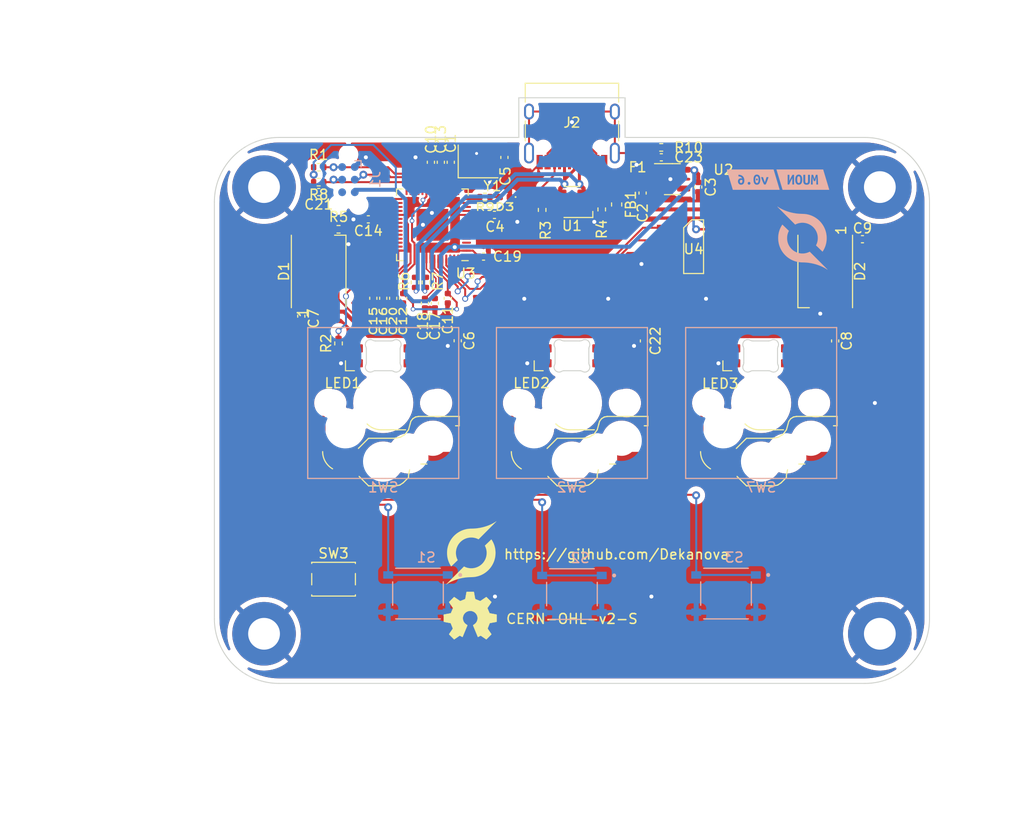
<source format=kicad_pcb>
(kicad_pcb (version 20211014) (generator pcbnew)
  (title_block (title "Muon") (date "2022-11-13") (rev "v0.6") (company "Dekanova LLC") (comment 1 "CERN OHL v2 S "))
  (layers (0 "F.Cu" signal) (31 "B.Cu" signal) (34 "B.Paste" user) (35 "F.Paste" user) (36 "B.SilkS" user "B.Silkscreen") (37 "F.SilkS" user "F.Silkscreen") (38 "B.Mask" user) (39 "F.Mask" user) (44 "Edge.Cuts" user))
  (net 0 "")
  (net 1 "+3V3")
  (net 2 "/SWCLK")
  (net 3 "/SW1")
  (net 4 "GND")
  (net 5 "/SW2")
  (net 7 "/VBUS_")
  (net 8 "+5V")
  (net 9 "Net-(J2-PadA5)")
  (net 10 "Net-(J2-PadB5)")
  (net 13 "/D+")
  (net 14 "/D-")
  (net 15 "/XOUT")
  (net 16 "/XIN")
  (net 17 "Net-(D1-Pad2)")
  (net 18 "Net-(D1-Pad4)")
  (net 20 "Net-(C23-Pad2)")
  (net 21 "Net-(LED1-Pad3)")
  (net 24 "/QSPI_3")
  (net 25 "/QSPI_CLK")
  (net 26 "/QSPI_0")
  (net 27 "/QSPI_2")
  (net 28 "/QSPI_1")
  (net 29 "/QSPI_CS")
  (net 30 "+1V1")
  (net 31 "Net-(R6-Pad1)")
  (net 45 "/5V_LED")
  (net 46 "/KEYGLOW")
  (net 49 "Net-(LED1-Pad2)")
  (net 50 "Net-(LED2-Pad2)")
  (net 55 "/UNDERGLOW")
  (net 56 "Net-(R7-Pad1)")
  (net 57 "/SWD")
  (net 58 "/~{RESET}")
  (net 59 "Net-(D3-Pad2)")
  (net 60 "/STATUS")
  (net 61 "/FN1")
  (net 62 "/FN2")
  (net 63 "/FN3")
  (net 66 "/SW3")
  (footprint "Fuse:Fuse_0402_1005Metric" (layer "F.Cu") (at 160.1125 59.2 180)
    (fp_text reference "F1")
    (fp_text value "500mA")
  )
  (footprint "Capacitor_SMD:C_0402_1005Metric" (layer "F.Cu") (at 134.5 71.2 -90)
    (fp_text reference "C16")
    (fp_text value "100nF")
  )
  (footprint "Resistor_SMD:R_0402_1005Metric" (layer "F.Cu") (at 150.5 62.3 90)
    (fp_text reference "R3")
    (fp_text value "5.1k")
  )
  (footprint "Capacitor_SMD:C_0402_1005Metric" (layer "F.Cu") (at 141.3 57.5 -90)
    (fp_text reference "C1")
    (fp_text value "5pF")
  )
  (footprint "Capacitor_SMD:C_0402_1005Metric" (layer "F.Cu") (at 139.7 71.7 -90)
    (fp_text reference "C17")
    (fp_text value "100nF")
  )
  (footprint "Capacitor_SMD:C_0402_1005Metric" (layer "F.Cu") (at 133 63.25 180)
    (fp_text reference "C14")
    (fp_text value "100nF")
  )
  (footprint "marbastlib-various:LED_6028R" (layer "F.Cu") (at 153.5 77)
    (fp_text reference "LED2")
    (fp_text value "SK6812MINI-E" hide)
    (fp_line (start 0.794452 -1.5) (end -0.794453 -1.5) (layer "Edge.Cuts") (width 0.1))
    (fp_line (start 1.699999 0.702841) (end 1.699999 -0.702843) (layer "Edge.Cuts") (width 0.1))
    (fp_line (start -1.699999 -0.702843) (end -1.699999 0.702841) (layer "Edge.Cuts") (width 0.1))
    (fp_line (start -0.794452 1.499999) (end 0.794452 1.499999) (layer "Edge.Cuts") (width 0.1))
    (fp_arc (start 1.699999 -0.702843) (mid 1.712527 -0.814069) (end 1.749484 -0.919721) (layer "Edge.Cuts") (width 0.1))
    (fp_arc (start -0.794453 -1.5) (mid -0.925123 -1.517377) (end -1.046711 -1.568299) (layer "Edge.Cuts") (width 0.1))
    (fp_arc (start 1.046711 -1.5683) (mid 0.925123 -1.517378) (end 0.794453 -1.500001) (layer "Edge.Cuts") (width 0.1))
    (fp_arc (start -1.749484 -0.919721) (mid -1.712527 -0.814069) (end -1.699999 -0.702844) (layer "Edge.Cuts") (width 0.1))
    (fp_arc (start 0.794452 1.499999) (mid 0.925122 1.517376) (end 1.04671 1.568298) (layer "Edge.Cuts") (width 0.1))
    (fp_arc (start 1.749484 0.919719) (mid 1.63807 1.504033) (end 1.046711 1.568296) (layer "Edge.Cuts") (width 0.1))
    (fp_arc (start -1.046711 1.568298) (mid -1.638072 1.504034) (end -1.749484 0.919718) (layer "Edge.Cuts") (width 0.1))
    (fp_arc (start 1.749484 0.919719) (mid 1.712517 0.81407) (end 1.699999 0.702842) (layer "Edge.Cuts") (width 0.1))
    (fp_arc (start -1.046711 1.568298) (mid -0.925123 1.517376) (end -0.794452 1.499999) (layer "Edge.Cuts") (width 0.1))
    (fp_arc (start -1.699999 0.702841) (mid -1.712527 0.814067) (end -1.749484 0.919719) (layer "Edge.Cuts") (width 0.1))
    (fp_arc (start -1.749484 -0.919721) (mid -1.638071 -1.504036) (end -1.046711 -1.568299) (layer "Edge.Cuts") (width 0.1))
    (fp_arc (start 1.046711 -1.5683) (mid 1.638072 -1.504036) (end 1.749484 -0.919721) (layer "Edge.Cuts") (width 0.1))
  )
  (footprint "Capacitor_SMD:C_0402_1005Metric" (layer "F.Cu") (at 140.3 57.5 90)
    (fp_text reference "C13")
    (fp_text value "100nF")
  )
  (footprint "Capacitor_SMD:C_0402_1005Metric" (layer "F.Cu") (at 138.7 71.7 -90)
    (fp_text reference "C18")
    (fp_text value "100nF")
  )
  (footprint "Capacitor_SMD:C_0402_1005Metric" (layer "F.Cu") (at 128 60.5 180)
    (fp_text reference "C21")
    (fp_text value "100nF")
  )
  (footprint "Resistor_SMD:R_0402_1005Metric" (layer "F.Cu") (at 138.8 69.6 -90)
    (fp_text reference "R7")
    (fp_text value "27")
  )
  (footprint "Capacitor_SMD:C_0402_1005Metric" (layer "F.Cu") (at 142 75.48 -90)
    (fp_text reference "C6")
    (fp_text value "100nF")
  )
  (footprint "LED_SMD:LED_WS2812B_PLCC4_5.0x5.0mm_P3.2mm" (layer "F.Cu") (at 179 68.5 -90)
    (fp_text reference "D2")
    (fp_text value "WS2812B")
  )
  (footprint "Connector_USB:USB_C_Receptacle_HRO_TYPE-C-31-M-12" (layer "F.Cu") (at 153.5 53.44 180)
    (fp_text reference "J2")
    (fp_text value "USB_C_Receptacle_USB2.0" hide)
  )
  (footprint "LED_SMD:LED_0402_1005Metric" (layer "F.Cu") (at 146.735 61 180)
    (fp_text reference "D3")
    (fp_text value "STATUS LED")
  )
  (footprint "Package_TO_SOT_SMD:SOT-23-5" (layer "F.Cu") (at 163.6125 59.2)
    (fp_text reference "U2")
    (fp_text value "TLV75533PDBVR")
  )
  (footprint "Capacitor_SMD:C_0402_1005Metric" (layer "F.Cu") (at 136.5 71.2 -90)
    (fp_text reference "C12")
    (fp_text value "1uF")
  )
  (footprint "Capacitor_SMD:C_0402_1005Metric" (layer "F.Cu") (at 162.5 57 180)
    (fp_text reference "C23")
    (fp_text value "100nF")
  )
  (footprint "kicad-w25q-library:W25Q_SOIC-8" (layer "F.Cu") (at 165.75 66)
    (fp_text reference "U4")
    (fp_text value "W25Q80DVSSIG ")
  )
  (footprint "Resistor_SMD:R_0402_1005Metric" (layer "F.Cu") (at 144.735 61 180)
    (fp_text reference "R9")
    (fp_text value "10k")
  )
  (footprint "Button_Switch_SMD:SW_SPST_PTS810" (layer "F.Cu") (at 129.5 99.5)
    (fp_text reference "SW3")
    (fp_text value "Reset")
  )
  (footprint "Resistor_SMD:R_0402_1005Metric" (layer "F.Cu") (at 156.5 62.25 90)
    (fp_text reference "R4")
    (fp_text value "5.1k")
  )
  (footprint "Inductor_SMD:L_0603_1608Metric" (layer "F.Cu") (at 158 61.75 -90)
    (fp_text reference "FB1")
    (fp_text value "BLM18HE152SN1D")
  )
  (footprint "Resistor_SMD:R_0402_1005Metric" (layer "F.Cu") (at 137.7 69.6 -90)
    (fp_text reference "R6")
    (fp_text value "27")
  )
  (footprint "" (layer "F.Cu") (at 122.5 60)
    (fp_text reference "")
    (fp_text value "")
  )
  (footprint "Capacitor_SMD:C_0402_1005Metric" (layer "F.Cu") (at 141 71.2 -90)
    (fp_text reference "C11")
    (fp_text value "100nF")
  )
  (footprint "" (layer "F.Cu") (at 184.5 60)
    (fp_text reference "")
    (fp_text value "")
  )
  (footprint "marbastlib-various:LED_6028R" (layer "F.Cu") (at 134.5 77)
    (fp_text reference "LED1")
    (fp_text value "SK6812MINI-E" hide)
    (fp_line (start 1.699999 0.702841) (end 1.699999 -0.702843) (layer "Edge.Cuts") (width 0.1))
    (fp_line (start 0.794452 -1.5) (end -0.794453 -1.5) (layer "Edge.Cuts") (width 0.1))
    (fp_line (start -1.699999 -0.702843) (end -1.699999 0.702841) (layer "Edge.Cuts") (width 0.1))
    (fp_line (start -0.794452 1.499999) (end 0.794452 1.499999) (layer "Edge.Cuts") (width 0.1))
    (fp_arc (start 0.794452 1.499999) (mid 0.925122 1.517376) (end 1.04671 1.568298) (layer "Edge.Cuts") (width 0.1))
    (fp_arc (start 1.699999 -0.702843) (mid 1.712527 -0.814069) (end 1.749484 -0.919721) (layer "Edge.Cuts") (width 0.1))
    (fp_arc (start -1.749484 -0.919721) (mid -1.638071 -1.504036) (end -1.046711 -1.568299) (layer "Edge.Cuts") (width 0.1))
    (fp_arc (start 1.749484 0.919719) (mid 1.63807 1.504033) (end 1.046711 1.568296) (layer "Edge.Cuts") (width 0.1))
    (fp_arc (start -1.749484 -0.919721) (mid -1.712527 -0.814069) (end -1.699999 -0.702844) (layer "Edge.Cuts") (width 0.1))
    (fp_arc (start -1.046711 1.568298) (mid -0.925123 1.517376) (end -0.794452 1.499999) (layer "Edge.Cuts") (width 0.1))
    (fp_arc (start -0.794453 -1.5) (mid -0.925123 -1.517377) (end -1.046711 -1.568299) (layer "Edge.Cuts") (width 0.1))
    (fp_arc (start 1.749484 0.919719) (mid 1.712517 0.81407) (end 1.699999 0.702842) (layer "Edge.Cuts") (width 0.1))
    (fp_arc (start -1.046711 1.568298) (mid -1.638072 1.504034) (end -1.749484 0.919718) (layer "Edge.Cuts") (width 0.1))
    (fp_arc (start 1.046711 -1.5683) (mid 0.925123 -1.517378) (end 0.794453 -1.500001) (layer "Edge.Cuts") (width 0.1))
    (fp_arc (start 1.046711 -1.5683) (mid 1.638072 -1.504036) (end 1.749484 -0.919721) (layer "Edge.Cuts") (width 0.1))
    (fp_arc (start -1.699999 0.702841) (mid -1.712527 0.814067) (end -1.749484 0.919719) (layer "Edge.Cuts") (width 0.1))
  )
  (footprint "Capacitor_SMD:C_0402_1005Metric" (layer "F.Cu") (at 145.7 62.8 180)
    (fp_text reference "C4")
    (fp_text value "100nF")
  )
  (footprint "Capacitor_SMD:C_0402_1005Metric" (layer "F.Cu") (at 133.5 71.2 -90)
    (fp_text reference "C15")
    (fp_text value "100nF")
  )
  (footprint "Resistor_SMD:R_0402_1005Metric" (layer "F.Cu") (at 128 58)
    (fp_text reference "R1")
    (fp_text value "1k")
  )
  (footprint "" (layer "F.Cu") (at 184.5 105)
    (fp_text reference "")
    (fp_text value "")
  )
  (footprint "Capacitor_SMD:C_0402_1005Metric" (layer "F.Cu") (at 160.6125 60.6 -90)
    (fp_text reference "C2")
    (fp_text value "1uF")
  )
  (footprint "LED_SMD:LED_WS2812B_PLCC4_5.0x5.0mm_P3.2mm" (layer "F.Cu") (at 128 68.5 90)
    (fp_text reference "D1")
    (fp_text value "WS2812B")
  )
  (footprint "Capacitor_SMD:C_0402_1005Metric" (layer "F.Cu") (at 126.25 73 -90)
    (fp_text reference "C7")
    (fp_text value "100nF")
  )
  (footprint "Capacitor_SMD:C_0402_1005Metric" (layer "F.Cu") (at 139.3 57.5 90)
    (fp_text reference "C10")
    (fp_text value "100nF")
  )
  (footprint "Capacitor_SMD:C_0402_1005Metric" (layer "F.Cu") (at 135.5 71.2 -90)
    (fp_text reference "C20")
    (fp_text value "1uF")
  )
  (footprint "Resistor_SMD:R_0402_1005Metric" (layer "F.Cu") (at 128 59.5 180)
    (fp_text reference "R8")
    (fp_text value "10k")
  )
  (footprint "" (layer "F.Cu") (at 122.5 105)
    (fp_text reference "")
    (fp_text value "")
  )
  (footprint "Resistor_SMD:R_0402_1005Metric" (layer "F.Cu") (at 162.49 56 180)
    (fp_text reference "R10")
    (fp_text value "1M")
  )
  (footprint "Crystal:Crystal_SMD_3225-4Pin_3.2x2.5mm" (layer "F.Cu") (at 144.049511 57.412509)
    (fp_text reference "Y1")
    (fp_text value "Crystal_GND24_Small")
  )
  (footprint "Capacitor_SMD:C_0402_1005Metric" (layer "F.Cu") (at 144.6 67)
    (fp_text reference "C19")
    (fp_text value "100nF")
  )
  (footprint "Capacitor_SMD:C_0402_1005Metric" (layer "F.Cu") (at 146.699511 57.012509 90)
    (fp_text reference "C5")
    (fp_text value "5pF")
  )
  (footprint "Capacitor_SMD:C_0402_1005Metric" (layer "F.Cu") (at 180 75.5 -90)
    (fp_text reference "C8")
    (fp_text value "100nF")
  )
  (footprint "marbastlib-various:LED_6028R" (layer "F.Cu") (at 172.5 77)
    (fp_text reference "LED3")
    (fp_text value "SK6812MINI-E" hide)
    (fp_line (start 1.699999 0.702841) (end 1.699999 -0.702843) (layer "Edge.Cuts") (width 0.1))
    (fp_line (start -0.794452 1.499999) (end 0.794452 1.499999) (layer "Edge.Cuts") (width 0.1))
    (fp_line (start -1.699999 -0.702843) (end -1.699999 0.702841) (layer "Edge.Cuts") (width 0.1))
    (fp_line (start 0.794452 -1.5) (end -0.794453 -1.5) (layer "Edge.Cuts") (width 0.1))
    (fp_arc (start -1.749484 -0.919721) (mid -1.712527 -0.814069) (end -1.699999 -0.702844) (layer "Edge.Cuts") (width 0.1))
    (fp_arc (start 1.046711 -1.5683) (mid 0.925123 -1.517378) (end 0.794453 -1.500001) (layer "Edge.Cuts") (width 0.1))
    (fp_arc (start 1.046711 -1.5683) (mid 1.638072 -1.504036) (end 1.749484 -0.919721) (layer "Edge.Cuts") (width 0.1))
    (fp_arc (start 1.749484 0.919719) (mid 1.63807 1.504033) (end 1.046711 1.568296) (layer "Edge.Cuts") (width 0.1))
    (fp_arc (start -1.046711 1.568298) (mid -0.925123 1.517376) (end -0.794452 1.499999) (layer "Edge.Cuts") (width 0.1))
    (fp_arc (start -1.699999 0.702841) (mid -1.712527 0.814067) (end -1.749484 0.919719) (layer "Edge.Cuts") (width 0.1))
    (fp_arc (start 0.794452 1.499999) (mid 0.925122 1.517376) (end 1.04671 1.568298) (layer "Edge.Cuts") (width 0.1))
    (fp_arc (start -1.749484 -0.919721) (mid -1.638071 -1.504036) (end -1.046711 -1.568299) (layer "Edge.Cuts") (width 0.1))
    (fp_arc (start 1.699999 -0.702843) (mid 1.712527 -0.814069) (end 1.749484 -0.919721) (layer "Edge.Cuts") (width 0.1))
    (fp_arc (start -1.046711 1.568298) (mid -1.638072 1.504034) (end -1.749484 0.919718) (layer "Edge.Cuts") (width 0.1))
    (fp_arc (start 1.749484 0.919719) (mid 1.712517 0.81407) (end 1.699999 0.702842) (layer "Edge.Cuts") (width 0.1))
    (fp_arc (start -0.794453 -1.5) (mid -0.925123 -1.517377) (end -1.046711 -1.568299) (layer "Edge.Cuts") (width 0.1))
  )
  (footprint "Capacitor_SMD:C_0402_1005Metric" (layer "F.Cu") (at 182.75 65.25)
    (fp_text reference "C9")
    (fp_text value "100nF")
  )
  (footprint "Capacitor_SMD:C_0402_1005Metric" (layer "F.Cu") (at 166.2125 60 -90)
    (fp_text reference "C3")
    (fp_text value "1uF")
  )
  (footprint "Resistor_SMD:R_0402_1005Metric" (layer "F.Cu") (at 130 75.75 -90)
    (fp_text reference "R2")
    (fp_text value "220")
  )
  (footprint "rp2040:QFN-56-1EP_7x7mm_P0.4mm_EP3.2x3.2mm" (layer "F.Cu") (at 139.45 63.8 180)
    (fp_text reference "U3")
    (fp_text value "RP2040")
  )
  (footprint "Capacitor_SMD:C_0402_1005Metric" (layer "F.Cu") (at 160.75 75.5 -90)
    (fp_text reference "C22")
    (fp_text value "100nF")
  )
  (footprint "Resistor_SMD:R_0402_1005Metric" (layer "F.Cu") (at 130 64.25 180)
    (fp_text reference "R5")
    (fp_text value "220")
  )
  (footprint "marbastlib-various:SOT-23-6-routable" (layer "F.Cu") (at 153.5 61.5 180)
    (fp_text reference "U1")
    (fp_text value "SRV05-4")
  )
  (footprint "local-hybrid:SW_Hotswap_Hybrid_1.00u" (layer "B.Cu") (at 153.5 81.75)
    (fp_text reference "SW2")
    (fp_text value "Kailh Hotswap")
  )
  (footprint "button:SW_TS-1187A-B-A-B" (layer "B.Cu") (at 169.0125 100.95 180)
    (fp_text reference "S3")
    (fp_text value "TS-1187A-B-A-B")
  )
  (footprint "kibuzzard-63718431" (layer "B.Cu") (at 171.75 59.25 180)
    (fp_text reference "kibuzzard-63718431" hide)
    (fp_text value "G***" hide)
  )
  (footprint "kibuzzard-63718440" (layer "B.Cu") (at 176.75 59.25 180)
    (fp_text reference "kibuzzard-63718440" hide)
    (fp_text value "G***" hide)
  )
  (footprint "button:SW_TS-1187A-B-A-B" (layer "B.Cu") (at 138 100.95 180)
    (fp_text reference "S1")
    (fp_text value "TS-1187A-B-A-B")
  )
  (footprint "local-hybrid:SW_Hotswap_Hybrid_1.00u" (layer "B.Cu") (at 172.55 81.75)
    (fp_text reference "SW7")
    (fp_text value "Kailh Hotswap")
  )
  (footprint "Connector:Tag-Connect_TC2030-IDC-NL_2x03_P1.27mm_Vertical" (layer "B.Cu") (at 131 59.25 -90)
    (fp_text reference "J1")
    (fp_text value "Debug Pins")
  )
  (footprint "local-hybrid:SW_Hotswap_Hybrid_1.00u" (layer "B.Cu") (at 134.5 81.75)
    (fp_text reference "SW1")
    (fp_text value "Kailh Hotswap")
  )
  (footprint "button:SW_TS-1187A-B-A-B" (layer "B.Cu") (at 153.5 101 180)
    (fp_text reference "S2")
    (fp_text value "TS-1187A-B-A-B")
  )
  (gr_poly (pts (xy 174.198433 61.968013) (xy 174.197923 61.96806) (xy 174.197417 61.968131) (xy 174.196914 61.968225) (xy 174.196416 61.968343) (xy 174.195923 61.968484) (xy 174.195436 61.968648) (xy 174.194957 61.968835) (xy 174.194485 61.969045) (xy 174.194023 61.969277) (xy 174.19357 61.969533) (xy 174.193128 61.969811) (xy 174.192698 61.970111) (xy 174.192279 61.970434) (xy 174.191875 61.970779) (xy 174.191484 61.971146) (xy 174.191109 61.971536) (xy 174.190749 61.971947) (xy 174.19041 61.972376) (xy 174.190096 61.972816) (xy 174.189806 61.973267) (xy 174.189541 61.973728) (xy 174.1893 61.974198) (xy 174.189083 61.974676) (xy 174.18889 61.975161) (xy 174.188722 61.975653) (xy 174.188578 61.97615) (xy 174.188457 61.976652) (xy 174.188361 61.977158) (xy 174.188289 61.977666) (xy 174.18824 61.978176) (xy 174.188216 61.978688) (xy 174.188215 61.979199) (xy 174.188238 61.97971) (xy 174.188284 61.980219) (xy 174.188354 61.980726) (xy 174.188448 61.98123) (xy 174.188565 61.981729) (xy 174.188705 61.982223) (xy 174.188869 61.982711) (xy 174.189056 61.983192) (xy 174.189266 61.983665) (xy 174.189499 61.984129) (xy 174.189755 61.984584) (xy 174.190035 61.985029) (xy 174.190337 61.985462) (xy 174.190663 61.985882) (xy 174.191011 61.98629) (xy 174.191382 61.986684) (xy 174.191775 61.987063) (xy 175.969114 63.769627) (xy 175.969784 63.770266) (xy 175.970497 63.770838) (xy 175.971247 63.771344) (xy 175.97203 63.771782) (xy 175.972841 63.772152) (xy 175.973677 63.772454) (xy 175.974531 63.772686) (xy 175.975401 63.772848) (xy 175.97628 63.77294) (xy 175.977166 63.77296) (xy 175.978052 63.772908) (xy 175.978935 63.772783) (xy 175.979811 63.772585) (xy 175.980673 63.772313) (xy 175.981519 63.771967) (xy 175.982344 63.771545) (xy 176.022392 63.751008) (xy 176.062962 63.731678) (xy 176.104026 63.713562) (xy 176.145556 63.696667) (xy 176.187525 63.681001) (xy 176.229905 63.666571) (xy 176.272669 63.653384) (xy 176.315789 63.641447) (xy 176.359238 63.630768) (xy 176.402988 63.621353) (xy 176.44701 63.613211) (xy 176.491279 63.606347) (xy 176.535766 63.60077) (xy 176.580443 63.596486) (xy 176.625284 63.593502) (xy 176.67026 63.591827) (xy 176.752707 63.592034) (xy 176.834086 63.596478) (xy 176.914291 63.605054) (xy 176.993216 63.617656) (xy 177.070755 63.634179) (xy 177.146803 63.654517) (xy 177.221254 63.678564) (xy 177.294002 63.706215) (xy 177.364943 63.737363) (xy 177.43397 63.771904) (xy 177.500978 63.809732) (xy 177.565861 63.85074) (xy 177.628513 63.894824) (xy 177.688829 63.941878) (xy 177.746704 63.991795) (xy 177.802031 64.044471) (xy 177.854706 64.0998) (xy 177.904621 64.157676) (xy 177.951673 64.217993) (xy 177.995755 64.280646) (xy 178.036761 64.345529) (xy 178.074587 64.412537) (xy 178.109125 64.481564) (xy 178.140272 64.552503) (xy 178.167921 64.625251) (xy 178.191966 64.6997) (xy 178.212302 64.775745) (xy 178.228824 64.853281) (xy 178.241425 64.932202) (xy 178.25 65.012403) (xy 178.254444 65.093776) (xy 178.254651 65.176218) (xy 178.252985 65.221194) (xy 178.25001 65.266035) (xy 178.245734 65.310712) (xy 178.240164 65.355199) (xy 178.233307 65.399468) (xy 178.22517 65.443492) (xy 178.21576 65.487242) (xy 178.205085 65.530691) (xy 178.193152 65.573811) (xy 178.179968 65.616575) (xy 178.16554 65.658956) (xy 178.149876 65.700925) (xy 178.132983 65.742455) (xy 178.114867 65.783518) (xy 178.095537 65.824087) (xy 178.074998 65.864134) (xy 178.074786 65.864547) (xy 178.074591 65.864965) (xy 178.074416 65.865388) (xy 178.074259 65.865816) (xy 178.07412 65.866247) (xy 178.074 65.866682) (xy 178.073899 65.86712) (xy 178.073815 65.86756) (xy 178.073749 65.868002) (xy 178.073702 65.868445) (xy 178.073673 65.868888) (xy 178.073661 65.869332) (xy 178.073667 65.869775) (xy 178.073691 65.870217) (xy 178.073791 65.871095) (xy 178.073962 65.871963) (xy 178.074073 65.872391) (xy 178.074201 65.872815) (xy 178.074346 65.873235) (xy 178.074509 65.873648) (xy 178.074688 65.874056) (xy 178.074884 65.874457) (xy 178.075097 65.874851) (xy 178.075326 65.875237) (xy 178.075573 65.875616) (xy 178.075835 65.875985) (xy 178.076114 65.876345) (xy 178.07641 65.876695) (xy 178.076721 65.877035) (xy 178.077049 65.877364) (xy 178.720317 66.496952) (xy 178.720768 66.497358) (xy 178.721238 66.497738) (xy 178.721725 66.49809) (xy 178.722229 66.498413) (xy 178.722749 66.498709) (xy 178.723282 66.498975) (xy 178.723828 66.499213) (xy 178.724386 66.49942) (xy 178.724954 66.499598) (xy 178.725531 66.499745) (xy 178.726115 66.49986) (xy 178.726707 66.499945) (xy 178.727304 66.499998) (xy 178.727904 66.500018) (xy 178.728508 66.500006) (xy 178.729114 66.49996) (xy 178.729716 66.499882) (xy 178.730309 66.499772) (xy 178.730894 66.49963) (xy 178.731467 66.499458) (xy 178.732029 66.499255) (xy 178.732579 66.499023) (xy 178.733114 66.498762) (xy 178.733634 66.498474) (xy 178.734138 66.498157) (xy 178.734625 66.497814) (xy 178.735093 66.497445) (xy 178.735542 66.497051) (xy 178.73597 66.496632) (xy 178.736376 66.496188) (xy 178.736759 66.495722) (xy 178.737118 66.495232) (xy 178.785477 66.421272) (xy 178.830988 66.345755) (xy 178.873613 66.268708) (xy 178.913315 66.190155) (xy 178.950056 66.110121) (xy 178.9838 66.028633) (xy 179.014507 65.945713) (xy 179.042141 65.861389) (xy 179.066665 65.775686) (xy 179.08804 65.688627) (xy 179.10623 65.60024) (xy 179.121197 65.510548) (xy 179.132903 65.419577) (xy 179.141311 65.327352) (xy 179.146383 65.233899) (xy 179.148082 65.139242) (xy 179.144906 65.013636) (xy 179.13548 64.889679) (xy 179.119958 64.767525) (xy 179.098493 64.647327) (xy 179.071239 64.529238) (xy 179.038348 64.413412) (xy 178.999974 64.300001) (xy 178.956271 64.189161) (xy 178.907391 64.081043) (xy 178.853489 63.975801) (xy 178.794717 63.873588) (xy 178.73123 63.774558) (xy 178.663179 63.678864) (xy 178.59072 63.58666) (xy 178.514004 63.498098) (xy 178.433186 63.413332) (xy 178.348419 63.332516) (xy 178.259856 63.255802) (xy 178.16765 63.183344) (xy 178.071956 63.115296) (xy 177.972926 63.051811) (xy 177.870713 62.993041) (xy 177.765472 62.939141) (xy 177.657355 62.890263) (xy 177.546515 62.846562) (xy 177.433107 62.80819) (xy 177.317283 62.775301) (xy 177.199198 62.748047) (xy 177.079003 62.726583) (xy 176.956853 62.711062) (xy 176.832901 62.701637) (xy 176.707301 62.698461) (xy 176.70664 62.698461) (xy 176.584119 62.696325) (xy 176.464224 62.69138) (xy 176.346978 62.683773) (xy 176.232404 62.673653) (xy 176.120527 62.661167) (xy 176.011369 62.646463) (xy 175.80131 62.610994) (xy 175.602416 62.568428) (xy 175.414877 62.519949) (xy 175.238883 62.466739) (xy 175.074624 62.409983) (xy 174.922289 62.350862) (xy 174.78207 62.29056) (xy 174.654155 62.23026) (xy 174.538735 62.171144) (xy 174.435999 62.114397) (xy 174.346138 62.061202) (xy 174.205798 61.970196) (xy 174.205354 61.969878) (xy 174.204899 61.969585) (xy 174.204435 61.969317) (xy 174.203961 61.969074) (xy 174.20348 61.968856) (xy 174.202992 61.968662) (xy 174.202498 61.968493) (xy 174.201999 61.968349) (xy 174.201496 61.968229) (xy 174.200988 61.968133) (xy 174.200479 61.968061) (xy 174.199968 61.968013) (xy 174.199456 61.967989) (xy 174.198944 61.967989)) (layer "B.SilkS") (width 0.005) (fill solid))
  (gr_poly (pts (xy 174.685737 63.783025) (xy 174.685115 63.78308) (xy 174.684496 63.783169) (xy 174.683886 63.783292) (xy 174.683288 63.783449) (xy 174.682701 63.783637) (xy 174.682127 63.783858) (xy 174.681567 63.784109) (xy 174.681023 63.78439) (xy 174.680496 63.7847) (xy 174.679986 63.785039) (xy 174.679496 63.785406) (xy 174.679025 63.7858) (xy 174.678577 63.78622) (xy 174.678151 63.786665) (xy 174.677749 63.787136) (xy 174.677372 63.78763) (xy 174.677021 63.788148) (xy 174.628662 63.862108) (xy 174.583152 63.937625) (xy 174.540526 64.014672) (xy 174.500824 64.093225) (xy 174.464083 64.173258) (xy 174.43034 64.254747) (xy 174.399633 64.337666) (xy 174.371998 64.42199) (xy 174.347475 64.507694) (xy 174.326099 64.594752) (xy 174.307909 64.68314) (xy 174.292943 64.772832) (xy 174.281237 64.863803) (xy 174.272829 64.956027) (xy 174.267757 65.049481) (xy 174.266057 65.144137) (xy 174.269233 65.269744) (xy 174.278659 65.393701) (xy 174.294181 65.515855) (xy 174.315646 65.636053) (xy 174.342901 65.754142) (xy 174.375792 65.869968) (xy 174.414166 65.983378) (xy 174.457869 66.094219) (xy 174.506748 66.202337) (xy 174.560651 66.307579) (xy 174.619422 66.409791) (xy 174.68291 66.508821) (xy 174.75096 66.604515) (xy 174.82342 66.69672) (xy 174.900135 66.785282) (xy 174.980953 66.870047) (xy 175.065721 66.950864) (xy 175.154284 67.027577) (xy 175.246489 67.100035) (xy 175.342184 67.168083) (xy 175.441214 67.231569) (xy 175.543426 67.290338) (xy 175.648668 67.344239) (xy 175.756785 67.393116) (xy 175.867624 67.436817) (xy 175.981032 67.475189) (xy 176.096856 67.508079) (xy 176.214942 67.535332) (xy 176.335136 67.556796) (xy 176.457286 67.572317) (xy 176.581238 67.581742) (xy 176.706838 67.584918) (xy 176.7075 67.584918) (xy 176.83002 67.587054) (xy 176.949915 67.592) (xy 177.067162 67.599606) (xy 177.181735 67.609727) (xy 177.293613 67.622213) (xy 177.40277 67.636916) (xy 177.612829 67.672386) (xy 177.811723 67.714951) (xy 177.999262 67.76343) (xy 178.175256 67.81664) (xy 178.339515 67.873397) (xy 178.49185 67.932518) (xy 178.632069 67.99282) (xy 178.759984 68.05312) (xy 178.875404 68.112235) (xy 178.97814 68.168982) (xy 179.068001 68.222178) (xy 179.208341 68.313184) (xy 179.208785 68.313501) (xy 179.20924 68.313794) (xy 179.209704 68.314062) (xy 179.210178 68.314305) (xy 179.210659 68.314523) (xy 179.211147 68.314717) (xy 179.211641 68.314886) (xy 179.21214 68.31503) (xy 179.212644 68.315151) (xy 179.213151 68.315247) (xy 179.21366 68.315318) (xy 179.214171 68.315366) (xy 179.214683 68.31539) (xy 179.215195 68.31539) (xy 179.215706 68.315366) (xy 179.216215 68.315319) (xy 179.216722 68.315248) (xy 179.217225 68.315154) (xy 179.217723 68.315036) (xy 179.218216 68.314895) (xy 179.218702 68.314731) (xy 179.219182 68.314544) (xy 179.219653 68.314334) (xy 179.220116 68.314102) (xy 179.220568 68.313846) (xy 179.22101 68.313568) (xy 179.221441 68.313268) (xy 179.221859 68.312945) (xy 179.222264 68.3126) (xy 179.222654 68.312232) (xy 179.223029 68.311843) (xy 179.223389 68.311432) (xy 179.223728 68.311003) (xy 179.224042 68.310563) (xy 179.224332 68.310112) (xy 179.224597 68.309651) (xy 179.224838 68.309181) (xy 179.225055 68.308703) (xy 179.225248 68.308218) (xy 179.225416 68.307726) (xy 179.22556 68.307229) (xy 179.225681 68.306727) (xy 179.225777 68.306222) (xy 179.225849 68.305713) (xy 179.225898 68.305203) (xy 179.225922 68.304692) (xy 179.225923 68.30418) (xy 179.225901 68.303669) (xy 179.225854 68.30316) (xy 179.225784 68.302653) (xy 179.225691 68.30215) (xy 179.225574 68.301651) (xy 179.225433 68.301157) (xy 179.22527 68.300669) (xy 179.225083 68.300188) (xy 179.224873 68.299715) (xy 179.22464 68.29925) (xy 179.224383 68.298796) (xy 179.224104 68.298351) (xy 179.223802 68.297918) (xy 179.223476 68.297497) (xy 179.223128 68.297089) (xy 179.222757 68.296696) (xy 179.222364 68.296317) (xy 177.445025 66.513488) (xy 177.444366 66.512877) (xy 177.443668 66.51233) (xy 177.442936 66.511845) (xy 177.442172 66.511424) (xy 177.441382 66.511068) (xy 177.44057 66.510776) (xy 177.439739 66.51055) (xy 177.438894 66.510391) (xy 177.438039 66.510298) (xy 177.437179 66.510272) (xy 177.436316 66.510315) (xy 177.435457 66.510426) (xy 177.434604 66.510607) (xy 177.433762 66.510857) (xy 177.432934 66.511179) (xy 177.432126 66.511571) (xy 177.392078 66.532108) (xy 177.351508 66.551438) (xy 177.310444 66.569554) (xy 177.268914 66.586448) (xy 177.226945 66.602114) (xy 177.184565 66.616544) (xy 177.141801 66.629731) (xy 177.09868 66.641668) (xy 177.055232 66.652347) (xy 177.011482 66.661762) (xy 176.967459 66.669904) (xy 176.923191 66.676768) (xy 176.878704 66.682346) (xy 176.834026 66.68663) (xy 176.789186 66.689613) (xy 176.74421 66.691288) (xy 176.661762 66.691082) (xy 176.580384 66.686637) (xy 176.500179 66.678061) (xy 176.421254 66.665459) (xy 176.343715 66.648936) (xy 176.267667 66.628598) (xy 176.193216 66.604551) (xy 176.120468 66.5769) (xy 176.049527 66.545752) (xy 175.9805 66.511211) (xy 175.913492 66.473383) (xy 175.848609 66.432375) (xy 175.785957 66.388291) (xy 175.725641 66.341237) (xy 175.667766 66.29132) (xy 175.612439 66.238644) (xy 175.559764 66.183315) (xy 175.509849 66.125439) (xy 175.462797 66.065122) (xy 175.418715 66.002469) (xy 175.377709 65.937586) (xy 175.339883 65.870578) (xy 175.305345 65.801551) (xy 175.274198 65.730612) (xy 175.246549 65.657864) (xy 175.222504 65.583415) (xy 175.202168 65.50737) (xy 175.185646 65.429834) (xy 175.173045 65.350913) (xy 175.16447 65.270713) (xy 175.160026 65.189339) (xy 175.15982 65.106897) (xy 175.161486 65.061921) (xy 175.16446 65.01708) (xy 175.168736 64.972403) (xy 175.174306 64.927916) (xy 175.181163 64.883647) (xy 175.1893 64.839623) (xy 175.19871 64.795873) (xy 175.209385 64.752424) (xy 175.221318 64.709304) (xy 175.234502 64.66654) (xy 175.248929 64.624159) (xy 175.264594 64.58219) (xy 175.281487 64.54066) (xy 175.299603 64.499597) (xy 175.318933 64.459027) (xy 175.339471 64.41898) (xy 175.339684 64.418568) (xy 175.339878 64.41815) (xy 175.340054 64.417726) (xy 175.340211 64.417299) (xy 175.340349 64.416867) (xy 175.340469 64.416432) (xy 175.340571 64.415995) (xy 175.340655 64.415555) (xy 175.34072 64.415113) (xy 175.340768 64.41467) (xy 175.340797 64.414227) (xy 175.340809 64.413783) (xy 175.340803 64.41334) (xy 175.340779 64.412898) (xy 175.340678 64.41202) (xy 175.340508 64.411152) (xy 175.340397 64.410723) (xy 175.340269 64.410299) (xy 175.340123 64.40988) (xy 175.339961 64.409466) (xy 175.339782 64.409059) (xy 175.339586 64.408658) (xy 175.339373 64.408264) (xy 175.339143 64.407877) (xy 175.338897 64.407499) (xy 175.338634 64.40713) (xy 175.338355 64.40677) (xy 175.33806 64.40642) (xy 175.337748 64.40608) (xy 175.337421 64.405751) (xy 174.694152 63.786163) (xy 174.693692 63.785739) (xy 174.693212 63.785344) (xy 174.692713 63.784978) (xy 174.692197 63.784642) (xy 174.691664 63.784336) (xy 174.691116 63.78406) (xy 174.690555 63.783815) (xy 174.689981 63.783601) (xy 174.689397 63.78342) (xy 174.688803 63.78327) (xy 174.688201 63.783154) (xy 174.687592 63.783071) (xy 174.686977 63.783021) (xy 174.686359 63.783006)) (layer "B.SilkS") (width 0.005) (fill solid))
  (gr_poly (pts (xy 143.596103 100.773858) (xy 143.597614 100.77397) (xy 143.599117 100.774155) (xy 143.600611 100.77441) (xy 143.602093 100.774735) (xy 143.60356 100.775126) (xy 143.605011 100.775583) (xy 143.606444 100.776103) (xy 143.607855 100.776684) (xy 143.609243 100.777325) (xy 143.610606 100.778024) (xy 143.611941 100.778778) (xy 143.613247 100.779587) (xy 143.61452 100.780447) (xy 143.615759 100.781359) (xy 143.616961 100.782318) (xy 143.618124 100.783324) (xy 143.619247 100.784375) (xy 143.620326 100.785469) (xy 143.621359 100.786604) (xy 143.622345 100.787778) (xy 143.62328 100.78899) (xy 143.624164 100.790237) (xy 143.624992 100.791518) (xy 143.625765 100.79283) (xy 143.626478 100.794172) (xy 143.62713 100.795543) (xy 143.627718 100.79694) (xy 143.628241 100.798361) (xy 143.628696 100.799805) (xy 143.62908 100.801269) (xy 143.629393 100.802752) (xy 143.755004 101.477559) (xy 143.755321 101.479054) (xy 143.755707 101.480554) (xy 143.756673 101.48356) (xy 143.757884 101.486557) (xy 143.759326 101.489524) (xy 143.760979 101.492443) (xy 143.762828 101.495293) (xy 143.764855 101.498056) (xy 143.767044 101.500711) (xy 143.769378 101.50324) (xy 143.771839 101.505622) (xy 143.774411 101.507837) (xy 143.777077 101.509867) (xy 143.77982 101.511692) (xy 143.782623 101.513292) (xy 143.784042 101.514001) (xy 143.785469 101.514647) (xy 143.786903 101.515227) (xy 143.788341 101.515738) (xy 144.24062 101.70088) (xy 144.24343 101.702117) (xy 144.24641 101.70315) (xy 144.249533 101.703982) (xy 144.252775 101.704613) (xy 144.256108 101.705045) (xy 144.259506 101.705282) (xy 144.262942 101.705323) (xy 144.266392 101.705172) (xy 144.269828 101.704829) (xy 144.273225 101.704297) (xy 144.276555 101.703577) (xy 144.279794 101.702672) (xy 144.282914 101.701583) (xy 144.285889 101.700311) (xy 144.288693 101.698859) (xy 144.291301 101.697229) (xy 144.855062 101.310355) (xy 144.856332 101.309528) (xy 144.85764 101.308765) (xy 144.858982 101.308067) (xy 144.860356 101.307432) (xy 144.861759 101.30686) (xy 144.863188 101.306353) (xy 144.86464 101.305908) (xy 144.866113 101.305526) (xy 144.867603 101.305206) (xy 144.869108 101.304949) (xy 144.872151 101.304621) (xy 144.875217 101.304538) (xy 144.878284 101.3047) (xy 144.88133 101.305103) (xy 144.88433 101.305746) (xy 144.887263 101.306627) (xy 144.888697 101.307156) (xy 144.890105 101.307743) (xy 144.891485 101.308389) (xy 144.892834 101.309093) (xy 144.894148 101.309855) (xy 144.895426 101.310674) (xy 144.896663 101.311551) (xy 144.897858 101.312485) (xy 144.899007 101.313475) (xy 144.900107 101.314522) (xy 145.374889 101.789304) (xy 145.375935 101.790405) (xy 145.376925 101.791554) (xy 145.377858 101.792749) (xy 145.378734 101.793987) (xy 145.379551 101.795266) (xy 145.380311 101.796581) (xy 145.381657 101.799312) (xy 145.382768 101.802157) (xy 145.383644 101.805093) (xy 145.384282 101.808098) (xy 145.384682 101.811147) (xy 145.38484 101.814218) (xy 145.384755 101.817288) (xy 145.384427 101.820333) (xy 145.383852 101.823332) (xy 145.383029 101.826259) (xy 145.382524 101.82769) (xy 145.381956 101.829094) (xy 145.381326 101.830468) (xy 145.380633 101.831811) (xy 145.379876 101.833119) (xy 145.379056 101.834389) (xy 144.998929 102.388426) (xy 144.997294 102.391045) (xy 144.995843 102.393854) (xy 144.994577 102.396828) (xy 144.993499 102.399941) (xy 144.99261 102.403168) (xy 144.991911 102.406483) (xy 144.991404 102.409861) (xy 144.99109 102.413276) (xy 144.990973 102.416702) (xy 144.991052 102.420115) (xy 144.991329 102.423488) (xy 144.991807 102.426796) (xy 144.992487 102.430014) (xy 144.99337 102.433116) (xy 144.994458 102.436076) (xy 144.995754 102.438869) (xy 145.195739 102.905435) (xy 145.196881 102.9083) (xy 145.198286 102.911139) (xy 145.199932 102.913935) (xy 145.201801 102.91667) (xy 145.203872 102.919329) (xy 145.206126 102.921893) (xy 145.208543 102.924347) (xy 145.211103 102.926673) (xy 145.213787 102.928855) (xy 145.216573 102.930875) (xy 145.219444 102.932716) (xy 145.222378 102.934362) (xy 145.225356 102.935796) (xy 145.228358 102.937) (xy 145.231364 102.937959) (xy 145.234355 102.938654) (xy 145.886778 103.059979) (xy 145.888257 103.060298) (xy 145.889718 103.060689) (xy 145.891159 103.06115) (xy 145.892577 103.061678) (xy 145.893971 103.062271) (xy 145.895339 103.062927) (xy 145.896679 103.063644) (xy 145.897989 103.064419) (xy 145.900512 103.066137) (xy 145.902893 103.068062) (xy 145.905118 103.070177) (xy 145.907172 103.072465) (xy 145.909039 103.074908) (xy 145.910704 103.077488) (xy 145.912153 103.080188) (xy 145.912792 103.081577) (xy 145.913371 103.082989) (xy 145.913889 103.084423) (xy 145.914343 103.085875) (xy 145.914732 103.087344) (xy 145.915053 103.088828) (xy 145.915306 103.090324) (xy 145.915487 103.09183) (xy 145.915596 103.093344) (xy 145.915631 103.094864) (xy 145.915552 103.766336) (xy 145.915514 103.767853) (xy 145.915401 103.769364) (xy 145.915216 103.770869) (xy 145.914959 103.772364) (xy 145.914634 103.773847) (xy 145.914242 103.775317) (xy 145.913784 103.77677) (xy 145.913263 103.778205) (xy 145.912681 103.779619) (xy 145.912039 103.78101) (xy 145.911339 103.782376) (xy 145.910583 103.783714) (xy 145.909773 103.785022) (xy 145.908911 103.786298) (xy 145.907999 103.78754) (xy 145.907038 103.788745) (xy 145.906031 103.789911) (xy 145.90498 103.791036) (xy 145.903885 103.792117) (xy 145.90275 103.793153) (xy 145.901575 103.794141) (xy 145.900364 103.795078) (xy 145.899117 103.795962) (xy 145.897837 103.796792) (xy 145.896525 103.797565) (xy 145.895184 103.798278) (xy 145.893815 103.79893) (xy 145.89242 103.799517) (xy 145.891001 103.800038) (xy 145.88956 103.800491) (xy 145.888099 103.800873) (xy 145.886619 103.801182) (xy 145.25023 103.919609) (xy 145.248732 103.919917) (xy 145.24723 103.920293) (xy 145.245728 103.920737) (xy 145.244228 103.921246) (xy 145.241241 103.92245) (xy 145.238288 103.923888) (xy 145.23539 103.925544) (xy 145.232564 103.927398) (xy 145.229829 103.929434) (xy 145.227206 103.931635) (xy 145.224712 103.933983) (xy 145.222368 103.93646) (xy 145.22019 103.939049) (xy 145.2182 103.941733) (xy 145.216416 103.944494) (xy 145.214856 103.947315) (xy 145.21354 103.950178) (xy 145.212979 103.95162) (xy 145.212487 103.953066) (xy 145.013811 104.449358) (xy 145.012582 104.452181) (xy 145.011558 104.455171) (xy 145.010735 104.458301) (xy 145.010114 104.461547) (xy 145.00969 104.464881) (xy 145.009463 104.468279) (xy 145.00943 104.471714) (xy 145.00959 104.47516) (xy 145.009939 104.478592) (xy 145.010477 104.481984) (xy 145.011201 104.485309) (xy 145.012109 104.488543) (xy 145.013199 104.491658) (xy 145.01447 104.49463) (xy 145.015918 104.497432) (xy 145.017542 104.500039) (xy 145.379055 105.026812) (xy 145.379882 105.028082) (xy 145.380645 105.02939) (xy 145.381344 105.030733) (xy 145.381979 105.032109) (xy 145.38255 105.033514) (xy 145.383058 105.034945) (xy 145.383503 105.0364) (xy 145.383885 105.037875) (xy 145.384204 105.039368) (xy 145.384461 105.040876) (xy 145.38479 105.043925) (xy 145.384872 105.046999) (xy 145.384711 105.050073) (xy 145.384307 105.053126) (xy 145.383664 105.056134) (xy 145.382784 105.059074) (xy 145.382255 105.060511) (xy 145.381667 105.061922) (xy 145.381021 105.063304) (xy 145.380317 105.064655) (xy 145.379556 105.065972) (xy 145.378736 105.067251) (xy 145.377859 105.06849) (xy 145.376926 105.069686) (xy 145.375935 105.070835) (xy 145.374888 105.071936) (xy 144.900027 105.546718) (xy 144.898934 105.547757) (xy 144.897791 105.548741) (xy 144.896601 105.549669) (xy 144.895368 105.55054) (xy 144.894095 105.551354) (xy 144.892783 105.552111) (xy 144.890059 105.553452) (xy 144.887218 105.554562) (xy 144.884285 105.555438) (xy 144.881283 105.556078) (xy 144.878234 105.556481) (xy 144.875162 105.556643) (xy 144.872091 105.556564) (xy 144.869044 105.55624) (xy 144.866044 105.55567) (xy 144.863115 105.554851) (xy 144.861684 105.554348) (xy 144.860279 105.553782) (xy 144.858904 105.553153) (xy 144.85756 105.552461) (xy 144.856252 105.551705) (xy 144.854982 105.550885) (xy 144.337497 105.195722) (xy 144.334896 105.194102) (xy 144.33211 105.192682) (xy 144.329164 105.191462) (xy 144.326084 105.190443) (xy 144.322896 105.189625) (xy 144.319623 105.189007) (xy 144.316293 105.188592) (xy 144.31293 105.188379) (xy 144.30956 105.188369) (xy 144.306207 105.188562) (xy 144.302898 105.188959) (xy 144.299657 105.18956) (xy 144.29651 105.190366) (xy 144.293483 105.191377) (xy 144.2906 105.192593) (xy 144.287887 105.194015) (xy 144.059684 105.315856) (xy 144.05832 105.316504) (xy 144.056944 105.317075) (xy 144.055559 105.317568) (xy 144.054168 105.317984) (xy 144.052772 105.318324) (xy 144.051374 105.31859) (xy 144.049978 105.318781) (xy 144.048583 105.318899) (xy 144.047195 105.318945) (xy 144.045814 105.318919) (xy 144.044443 105.318823) (xy 144.043084 105.318657) (xy 144.04174 105.318423) (xy 144.040414 105.31812) (xy 144.039106 105.31775) (xy 144.037821 105.317314) (xy 144.03656 105.316813) (xy 144.035326 105.316247) (xy 144.034121 105.315618) (xy 144.032947 105.314926) (xy 144.031807 105.314172) (xy 144.030704 105.313357) (xy 144.029639 105.312481) (xy 144.028614 105.311547) (xy 144.027633 105.310554) (xy 144.026698 105.309504) (xy 144.025811 105.308397) (xy 144.024974 105.307235) (xy 144.02419 105.306017) (xy 144.023462 105.304746) (xy 144.02279 105.303421) (xy 144.022179 105.302045) (xy 143.551684 104.165077) (xy 143.55114 104.163663) (xy 143.550668 104.162227) (xy 143.550267 104.160772) (xy 143.549937 104.159301) (xy 143.549676 104.157817) (xy 143.549483 104.156323) (xy 143.549358 104.15482) (xy 143.549299 104.153312) (xy 143.549306 104.151802) (xy 143.549378 104.150291) (xy 143.549514 104.148784) (xy 143.549713 104.147282) (xy 143.549973 104.145788) (xy 143.550295 104.144305) (xy 143.550677 104.142836) (xy 143.551118 104.141384) (xy 143.551618 104.13995) (xy 143.552175 104.138538) (xy 143.552789 104.137151) (xy 143.553458 104.13579) (xy 143.554182 104.13446) (xy 143.55496 104.133162) (xy 143.555791 104.1319) (xy 143.556673 104.130675) (xy 143.557607 104.129491) (xy 143.558591 104.128351) (xy 143.559624 104.127257) (xy 143.560705 104.126211) (xy 143.561834 104.125217) (xy 143.563009 104.124278) (xy 143.56423 104.123395) (xy 143.565495 104.122572) (xy 143.622606 104.087607) (xy 143.626716 104.084989) (xy 143.631105 104.082001) (xy 143.635689 104.078708) (xy 143.640386 104.075175) (xy 143.645112 104.071467) (xy 143.649785 104.067649) (xy 143.654323 104.063787) (xy 143.658642 104.059945) (xy 143.696448 104.034067) (xy 143.732528 104.005971) (xy 143.766785 103.975753) (xy 143.799119 103.943512) (xy 143.829433 103.909345) (xy 143.857627 103.873351) (xy 143.883604 103.835627) (xy 143.907264 103.796271) (xy 143.92851 103.755382) (xy 143.947242 103.713056) (xy 143.963363 103.669392) (xy 143.976773 103.624489) (xy 143.987375 103.578443) (xy 143.99507 103.531352) (xy 143.999759 103.483316) (xy 144.001344 103.43443) (xy 144.000377 103.396216) (xy 143.99751 103.358503) (xy 143.992787 103.321339) (xy 143.986257 103.28477) (xy 143.977965 103.248842) (xy 143.967959 103.213603) (xy 143.956284 103.179099) (xy 143.942989 103.145376) (xy 143.928118 103.112482) (xy 143.911719 103.080463) (xy 143.893839 103.049365) (xy 143.874525 103.019236) (xy 143.853822 102.990122) (xy 143.831777 102.962069) (xy 143.808438 102.935124) (xy 143.783851 102.909335) (xy 143.758062 102.884747) (xy 143.731119 102.861407) (xy 143.703068 102.839362) (xy 143.673955 102.818659) (xy 143.643827 102.799343) (xy 143.612731 102.781463) (xy 143.580714 102.765064) (xy 143.547821 102.750193) (xy 143.514101 102.736897) (xy 143.479599 102.725222) (xy 143.444363 102.715216) (xy 143.408438 102.706924) (xy 143.371872 102.700394) (xy 143.33471 102.695671) (xy 143.297001 102.692804) (xy 143.25879 102.691837) (xy 143.220579 102.692804) (xy 143.18287 102.695671) (xy 143.145708 102.700394) (xy 143.109141 102.706924) (xy 143.073215 102.715216) (xy 143.037978 102.725222) (xy 143.003475 102.736897) (xy 142.969753 102.750193) (xy 142.936859 102.765064) (xy 142.904841 102.781463) (xy 142.873743 102.799343) (xy 142.843614 102.818659) (xy 142.814499 102.839362) (xy 142.786446 102.861407) (xy 142.7595 102.884747) (xy 142.73371 102.909335) (xy 142.709121 102.935124) (xy 142.68578 102.962069) (xy 142.663734 102.990122) (xy 142.643029 103.019236) (xy 142.623713 103.049365) (xy 142.605831 103.080463) (xy 142.589431 103.112482) (xy 142.574559 103.145376) (xy 142.561262 103.179099) (xy 142.549586 103.213603) (xy 142.539578 103.248842) (xy 142.531286 103.28477) (xy 142.524755 103.321339) (xy 142.520032 103.358503) (xy 142.517164 103.396216) (xy 142.516198 103.43443) (xy 142.516596 103.458973) (xy 142.517783 103.483316) (xy 142.519746 103.507446) (xy 142.522473 103.531352) (xy 142.525952 103.555022) (xy 142.53017 103.578443) (xy 142.535114 103.601602) (xy 142.540774 103.624489) (xy 142.547135 103.64709) (xy 142.554186 103.669393) (xy 142.561915 103.691385) (xy 142.570309 103.713056) (xy 142.579357 103.734392) (xy 142.589044 103.755382) (xy 142.610292 103.796271) (xy 142.633954 103.835627) (xy 142.659931 103.873351) (xy 142.688126 103.909345) (xy 142.718438 103.943512) (xy 142.750771 103.975753) (xy 142.785024 104.005971) (xy 142.8211 104.034067) (xy 142.858899 104.059945) (xy 142.863243 104.063787) (xy 142.867796 104.067649) (xy 142.872479 104.071467) (xy 142.87721 104.075175) (xy 142.88191 104.078708) (xy 142.886498 104.082001) (xy 142.890893 104.084989) (xy 142.895015 104.087607) (xy 142.952126 104.122572) (xy 142.953398 104.123395) (xy 142.954625 104.124278) (xy 142.955806 104.125217) (xy 142.95694 104.126211) (xy 142.958026 104.127257) (xy 142.959063 104.128351) (xy 142.960986 104.130675) (xy 142.962704 104.133162) (xy 142.964208 104.13579) (xy 142.965491 104.138538) (xy 142.966547 104.141384) (xy 142.967368 104.144305) (xy 142.967947 104.147282) (xy 142.968276 104.150291) (xy 142.96835 104.153312) (xy 142.968159 104.156323) (xy 142.967963 104.157817) (xy 142.967699 104.159301) (xy 142.967365 104.160772) (xy 142.96696 104.162227) (xy 142.966485 104.163663) (xy 142.965937 104.165077) (xy 142.495402 105.302005) (xy 142.494791 105.303382) (xy 142.494119 105.304707) (xy 142.49339 105.305979) (xy 142.492605 105.307197) (xy 142.491768 105.308361) (xy 142.49088 105.309468) (xy 142.489944 105.31052) (xy 142.488961 105.311513) (xy 142.487936 105.312449) (xy 142.48687 105.313325) (xy 142.485765 105.314141) (xy 142.484624 105.314897) (xy 142.483449 105.31559) (xy 142.482242 105.316221) (xy 142.481007 105.316787) (xy 142.479745 105.31729) (xy 142.478459 105.317727) (xy 142.477151 105.318097) (xy 142.475824 105.3184) (xy 142.47448 105.318635) (xy 142.473121 105.318802) (xy 142.47175 105.318898) (xy 142.470369 105.318923) (xy 142.468981 105.318877) (xy 142.467588 105.318758) (xy 142.466192 105.318565) (xy 142.464796 105.318298) (xy 142.463403 105.317956) (xy 142.462013 105.317538) (xy 142.460631 105.317042) (xy 142.459258 105.316469) (xy 142.457897 105.315816) (xy 142.229694 105.193976) (xy 142.226988 105.192554) (xy 142.22411 105.191339) (xy 142.221086 105.19033) (xy 142.217941 105.189526) (xy 142.214701 105.188928) (xy 142.211392 105.188533) (xy 142.208038 105.188343) (xy 142.204666 105.188355) (xy 142.201301 105.188569) (xy 142.197969 105.188986) (xy 142.194694 105.189603) (xy 142.191503 105.190421) (xy 142.188421 105.191438) (xy 142.185474 105.192654) (xy 142.182686 105.194069) (xy 142.180085 105.195682) (xy 141.662639 105.550846) (xy 141.661366 105.551666) (xy 141.660054 105.552422) (xy 141.658708 105.553114) (xy 141.657331 105.553743) (xy 141.655924 105.554309) (xy 141.654491 105.554812) (xy 141.653036 105.555252) (xy 141.651559 105.55563) (xy 141.650066 105.555946) (xy 141.648558 105.5562) (xy 141.64551 105.556524) (xy 141.642439 105.556604) (xy 141.639367 105.556441) (xy 141.636319 105.556039) (xy 141.633316 105.555399) (xy 141.630382 105.554523) (xy 141.628948 105.553997) (xy 141.62754 105.553413) (xy 141.626161 105.552771) (xy 141.624813 105.552071) (xy 141.6235 105.551314) (xy 141.622224 105.5505) (xy 141.620989 105.54963) (xy 141.619797 105.548702) (xy 141.618651 105.547718) (xy 141.617554 105.546678) (xy 141.142693 105.071897) (xy 141.14165 105.070796) (xy 141.140662 105.069646) (xy 141.139732 105.068451) (xy 141.138858 105.067212) (xy 141.138041 105.065933) (xy 141.137282 105.064616) (xy 141.135936 105.061883) (xy 141.134823 105.059034) (xy 141.133945 105.056095) (xy 141.133303 105.053087) (xy 141.1329 105.050034) (xy 141.132738 105.046959) (xy 141.132819 105.043886) (xy 141.133146 105.040837) (xy 141.133719 105.037836) (xy 141.134541 105.034905) (xy 141.135047 105.033474) (xy 141.135615 105.032069) (xy 141.136247 105.030694) (xy 141.136943 105.02935) (xy 141.137702 105.028042) (xy 141.138526 105.026772) (xy 141.5 104.5) (xy 141.501637 104.497393) (xy 141.503097 104.494591) (xy 141.504375 104.491619) (xy 141.505472 104.488503) (xy 141.506385 104.48527) (xy 141.507112 104.481944) (xy 141.507652 104.478553) (xy 141.508002 104.475121) (xy 141.508161 104.471674) (xy 141.508127 104.468239) (xy 141.507898 104.464842) (xy 141.507473 104.461507) (xy 141.506849 104.458262) (xy 141.506025 104.455132) (xy 141.505 104.452142) (xy 141.50377 104.449319) (xy 141.305094 103.953027) (xy 141.304605 103.951581) (xy 141.304047 103.950139) (xy 141.302734 103.947275) (xy 141.301173 103.944455) (xy 141.299386 103.941694) (xy 141.297391 103.93901) (xy 141.295208 103.93642) (xy 141.292856 103.933943) (xy 141.290355 103.931596) (xy 141.287725 103.929395) (xy 141.284984 103.927359) (xy 141.282152 103.925504) (xy 141.279249 103.923849) (xy 141.276293 103.922411) (xy 141.273306 103.921206) (xy 141.270306 103.920254) (xy 141.268807 103.919877) (xy 141.267312 103.91957) (xy 140.630923 103.801143) (xy 140.62944 103.800834) (xy 140.627975 103.800452) (xy 140.626532 103.799999) (xy 140.62511 103.799478) (xy 140.623714 103.79889) (xy 140.622343 103.798239) (xy 140.621001 103.797525) (xy 140.619688 103.796753) (xy 140.618407 103.795923) (xy 140.61716 103.795038) (xy 140.614775 103.793114) (xy 140.612546 103.790997) (xy 140.610489 103.788706) (xy 140.608618 103.786259) (xy 140.606949 103.783674) (xy 140.605496 103.78097) (xy 140.604273 103.778165) (xy 140.603753 103.776731) (xy 140.603297 103.775277) (xy 140.602905 103.773808) (xy 140.602581 103.772324) (xy 140.602326 103.770829) (xy 140.602141 103.769325) (xy 140.602028 103.767813) (xy 140.601991 103.766297) (xy 140.601951 103.094824) (xy 140.601989 103.093308) (xy 140.602101 103.091798) (xy 140.602285 103.090295) (xy 140.60254 103.088802) (xy 140.602863 103.087321) (xy 140.603254 103.085854) (xy 140.603709 103.084404) (xy 140.604228 103.082973) (xy 140.604808 103.081562) (xy 140.605448 103.080175) (xy 140.606145 103.078813) (xy 140.606899 103.077478) (xy 140.607706 103.076174) (xy 140.608566 103.074901) (xy 140.609476 103.073662) (xy 140.610434 103.07246) (xy 140.61144 103.071297) (xy 140.61249 103.070174) (xy 140.613583 103.069094) (xy 140.614718 103.06806) (xy 140.615892 103.067073) (xy 140.617103 103.066136) (xy 140.618351 103.06525) (xy 140.619632 103.064419) (xy 140.620945 103.063643) (xy 140.622289 103.062927) (xy 140.623661 103.062271) (xy 140.625059 103.061678) (xy 140.626483 103.06115) (xy 140.627929 103.060689) (xy 140.629396 103.060298) (xy 140.630883 103.059979) (xy 141.283266 102.938654) (xy 141.284766 102.93834) (xy 141.286271 102.937959) (xy 141.289288 102.937) (xy 141.292299 102.935796) (xy 141.295283 102.934362) (xy 141.298221 102.932716) (xy 141.301094 102.930875) (xy 141.303881 102.928855) (xy 141.306563 102.926673) (xy 141.30912 102.924347) (xy 141.311534 102.921893) (xy 141.313783 102.919329) (xy 141.315848 102.91667) (xy 141.317711 102.913935) (xy 141.31935 102.911139) (xy 141.320747 102.9083) (xy 141.321349 102.90687) (xy 141.321882 102.905435) (xy 141.521907 102.438869) (xy 141.523195 102.436076) (xy 141.524278 102.433116) (xy 141.525156 102.430014) (xy 141.525832 102.426796) (xy 141.526307 102.423488) (xy 141.526583 102.420115) (xy 141.526662 102.416702) (xy 141.526546 102.413276) (xy 141.526235 102.409861) (xy 141.525732 102.406483) (xy 141.525039 102.403168) (xy 141.524156 102.399941) (xy 141.523087 102.396828) (xy 141.521832 102.393854) (xy 141.520393 102.391045) (xy 141.518772 102.388426) (xy 141.138605 101.834389) (xy 141.137778 101.833119) (xy 141.137016 101.831811) (xy 141.136318 101.830468) (xy 141.135683 101.829094) (xy 141.135113 101.82769) (xy 141.134606 101.826259) (xy 141.134162 101.824806) (xy 141.133781 101.823332) (xy 141.133463 101.82184) (xy 141.133207 101.820333) (xy 141.132881 101.817288) (xy 141.132801 101.814218) (xy 141.132965 101.811147) (xy 141.13337 101.808098) (xy 141.134014 101.805093) (xy 141.134895 101.802157) (xy 141.135423 101.800722) (xy 141.13601 101.799312) (xy 141.136655 101.797931) (xy 141.137358 101.796581) (xy 141.138118 101.795266) (xy 141.138936 101.793987) (xy 141.13981 101.792749) (xy 141.140741 101.791554) (xy 141.141729 101.790405) (xy 141.142772 101.789304) (xy 141.617594 101.314523) (xy 141.618691 101.313475) (xy 141.619837 101.312485) (xy 141.621029 101.311551) (xy 141.622264 101.310674) (xy 141.62354 101.309855) (xy 141.624853 101.309093) (xy 141.62758 101.307743) (xy 141.630422 101.306627) (xy 141.633356 101.305746) (xy 141.636359 101.305103) (xy 141.639407 101.3047) (xy 141.642479 101.304538) (xy 141.64555 101.304621) (xy 141.648598 101.304949) (xy 141.651599 101.305526) (xy 141.654531 101.306353) (xy 141.655964 101.306861) (xy 141.657371 101.307432) (xy 141.658748 101.308067) (xy 141.660094 101.308765) (xy 141.661405 101.309528) (xy 141.662679 101.310355) (xy 142.2264 101.697229) (xy 142.229001 101.698859) (xy 142.231799 101.700311) (xy 142.23477 101.701583) (xy 142.237885 101.702672) (xy 142.24112 101.703577) (xy 142.244449 101.704297) (xy 142.247844 101.704829) (xy 142.251279 101.705172) (xy 142.254729 101.705323) (xy 142.258168 101.705282) (xy 142.261568 101.705046) (xy 142.264904 101.704613) (xy 142.268149 101.703982) (xy 142.271278 101.703151) (xy 142.274264 101.702117) (xy 142.277081 101.70088) (xy 142.7294 101.515738) (xy 142.732279 101.514647) (xy 142.735129 101.513292) (xy 142.737936 101.511692) (xy 142.740681 101.509867) (xy 142.743348 101.507837) (xy 142.745919 101.505622) (xy 142.74838 101.50324) (xy 142.750712 101.500711) (xy 142.752899 101.498056) (xy 142.754924 101.495293) (xy 142.75677 101.492443) (xy 142.758421 101.489524) (xy 142.75986 101.486557) (xy 142.76107 101.48356) (xy 142.762035 101.480554) (xy 142.762737 101.477559) (xy 142.888308 100.802752) (xy 142.888621 100.801269) (xy 142.889005 100.799805) (xy 142.88946 100.798361) (xy 142.889983 100.79694) (xy 142.890571 100.795543) (xy 142.891223 100.794172) (xy 142.891936 100.79283) (xy 142.892708 100.791518) (xy 142.893537 100.790237) (xy 142.89442 100.78899) (xy 142.89634 100.786604) (xy 142.898451 100.784375) (xy 142.900735 100.782318) (xy 142.903174 100.780447) (xy 142.90575 100.778778) (xy 142.908445 100.777325) (xy 142.909831 100.776684) (xy 142.911241 100.776103) (xy 142.912671 100.775583) (xy 142.91412 100.775126) (xy 142.915585 100.774735) (xy 142.917063 100.77441) (xy 142.918554 100.774155) (xy 142.920054 100.77397) (xy 142.921562 100.773858) (xy 142.923074 100.77382) (xy 143.594587 100.77382)) (layer "F.SilkS") (width 0.03) (fill solid))
  (gr_poly (pts (xy 145.387176 95.492971) (xy 145.387798 95.493026) (xy 145.388417 95.493115) (xy 145.389027 95.493238) (xy 145.389625 95.493395) (xy 145.390212 95.493583) (xy 145.390786 95.493804) (xy 145.391346 95.494055) (xy 145.39189 95.494336) (xy 145.392417 95.494646) (xy 145.392927 95.494985) (xy 145.393417 95.495352) (xy 145.393888 95.495746) (xy 145.394336 95.496166) (xy 145.394762 95.496611) (xy 145.395164 95.497082) (xy 145.395541 95.497576) (xy 145.395892 95.498094) (xy 145.444251 95.572054) (xy 145.489761 95.647571) (xy 145.532387 95.724618) (xy 145.572089 95.803171) (xy 145.60883 95.883204) (xy 145.642573 95.964693) (xy 145.67328 96.047612) (xy 145.700915 96.131936) (xy 145.725438 96.21764) (xy 145.746814 96.304698) (xy 145.765004 96.393086) (xy 145.77997 96.482778) (xy 145.791676 96.573749) (xy 145.800084 96.665973) (xy 145.805156 96.759427) (xy 145.806856 96.854083) (xy 145.80368 96.97969) (xy 145.794254 97.103647) (xy 145.778732 97.225801) (xy 145.757267 97.345999) (xy 145.730012 97.464088) (xy 145.697121 97.579914) (xy 145.658747 97.693324) (xy 145.615044 97.804165) (xy 145.566165 97.912283) (xy 145.512262 98.017525) (xy 145.453491 98.119737) (xy 145.390003 98.218767) (xy 145.321953 98.314461) (xy 145.249493 98.406666) (xy 145.172778 98.495228) (xy 145.09196 98.579993) (xy 145.007192 98.66081) (xy 144.918629 98.737523) (xy 144.826424 98.809981) (xy 144.730729 98.878029) (xy 144.631699 98.941515) (xy 144.529487 99.000284) (xy 144.424245 99.054185) (xy 144.316128 99.103062) (xy 144.205289 99.146763) (xy 144.091881 99.185135) (xy 143.976057 99.218025) (xy 143.857971 99.245278) (xy 143.737777 99.266742) (xy 143.615627 99.282263) (xy 143.491675 99.291688) (xy 143.366075 99.294864) (xy 143.365413 99.294864) (xy 143.242893 99.297) (xy 143.122998 99.301946) (xy 143.005751 99.309552) (xy 142.891178 99.319673) (xy 142.7793 99.332159) (xy 142.670143 99.346862) (xy 142.460084 99.382332) (xy 142.26119 99.424897) (xy 142.073651 99.473376) (xy 141.897657 99.526586) (xy 141.733398 99.583343) (xy 141.581063 99.642464) (xy 141.440844 99.702766) (xy 141.312929 99.763066) (xy 141.197509 99.822181) (xy 141.094773 99.878928) (xy 141.004912 99.932124) (xy 140.864572 100.02313) (xy 140.864128 100.023447) (xy 140.863673 100.02374) (xy 140.863209 100.024008) (xy 140.862735 100.024251) (xy 140.862254 100.024469) (xy 140.861766 100.024663) (xy 140.861272 100.024832) (xy 140.860773 100.024976) (xy 140.860269 100.025097) (xy 140.859762 100.025193) (xy 140.859253 100.025264) (xy 140.858742 100.025312) (xy 140.85823 100.025336) (xy 140.857718 100.025336) (xy 140.857207 100.025312) (xy 140.856698 100.025265) (xy 140.856191 100.025194) (xy 140.855688 100.0251) (xy 140.85519 100.024982) (xy 140.854697 100.024841) (xy 140.854211 100.024677) (xy 140.853731 100.02449) (xy 140.85326 100.02428) (xy 140.852797 100.024048) (xy 140.852345 100.023792) (xy 140.851903 100.023514) (xy 140.851472 100.023214) (xy 140.851054 100.022891) (xy 140.850649 100.022546) (xy 140.850259 100.022178) (xy 140.849884 100.021789) (xy 140.849524 100.021378) (xy 140.849185 100.020949) (xy 140.848871 100.020509) (xy 140.848581 100.020058) (xy 140.848316 100.019597) (xy 140.848075 100.019127) (xy 140.847858 100.018649) (xy 140.847665 100.018164) (xy 140.847497 100.017672) (xy 140.847353 100.017175) (xy 140.847232 100.016673) (xy 140.847136 100.016168) (xy 140.847064 100.015659) (xy 140.847015 100.015149) (xy 140.846991 100.014638) (xy 140.84699 100.014126) (xy 140.847012 100.013615) (xy 140.847059 100.013106) (xy 140.847129 100.012599) (xy 140.847222 100.012096) (xy 140.847339 100.011597) (xy 140.84748 100.011103) (xy 140.847643 100.010615) (xy 140.84783 100.010134) (xy 140.84804 100.009661) (xy 140.848273 100.009196) (xy 140.84853 100.008742) (xy 140.848809 100.008297) (xy 140.849111 100.007864) (xy 140.849437 100.007443) (xy 140.849785 100.007035) (xy 140.850156 100.006642) (xy 140.850549 100.006263) (xy 142.627888 98.223434) (xy 142.628547 98.222823) (xy 142.629245 98.222276) (xy 142.629977 98.221791) (xy 142.630741 98.22137) (xy 142.631531 98.221014) (xy 142.632343 98.220722) (xy 142.633174 98.220496) (xy 142.634019 98.220337) (xy 142.634874 98.220244) (xy 142.635734 98.220218) (xy 142.636597 98.220261) (xy 142.637456 98.220372) (xy 142.638309 98.220553) (xy 142.639151 98.220803) (xy 142.639979 98.221125) (xy 142.640787 98.221517) (xy 142.680835 98.242054) (xy 142.721405 98.261384) (xy 142.762469 98.2795) (xy 142.803999 98.296394) (xy 142.845968 98.31206) (xy 142.888348 98.32649) (xy 142.931112 98.339677) (xy 142.974233 98.351614) (xy 143.017681 98.362293) (xy 143.061431 98.371708) (xy 143.105454 98.37985) (xy 143.149722 98.386714) (xy 143.194209 98.392292) (xy 143.238887 98.396576) (xy 143.283727 98.399559) (xy 143.328703 98.401234) (xy 143.411151 98.401028) (xy 143.492529 98.396583) (xy 143.572734 98.388007) (xy 143.651659 98.375405) (xy 143.729198 98.358882) (xy 143.805246 98.338544) (xy 143.879697 98.314497) (xy 143.952445 98.286846) (xy 144.023386 98.255698) (xy 144.092413 98.221157) (xy 144.159421 98.183329) (xy 144.224304 98.142321) (xy 144.286956 98.098237) (xy 144.347272 98.051183) (xy 144.405147 98.001266) (xy 144.460474 97.94859) (xy 144.513149 97.893261) (xy 144.563064 97.835385) (xy 144.610116 97.775068) (xy 144.654198 97.712415) (xy 144.695204 97.647532) (xy 144.73303 97.580524) (xy 144.767568 97.511497) (xy 144.798715 97.440558) (xy 144.826364 97.36781) (xy 144.850409 97.293361) (xy 144.870745 97.217316) (xy 144.887267 97.13978) (xy 144.899868 97.060859) (xy 144.908443 96.980659) (xy 144.912887 96.899285) (xy 144.913093 96.816843) (xy 144.911427 96.771867) (xy 144.908453 96.727026) (xy 144.904177 96.682349) (xy 144.898607 96.637862) (xy 144.89175 96.593593) (xy 144.883613 96.549569) (xy 144.874203 96.505819) (xy 144.863528 96.46237) (xy 144.851595 96.41925) (xy 144.838411 96.376486) (xy 144.823984 96.334105) (xy 144.808319 96.292136) (xy 144.791426 96.250606) (xy 144.77331 96.209543) (xy 144.75398 96.168973) (xy 144.733442 96.128926) (xy 144.733229 96.128514) (xy 144.733035 96.128096) (xy 144.732859 96.127672) (xy 144.732702 96.127245) (xy 144.732564 96.126813) (xy 144.732444 96.126378) (xy 144.732342 96.125941) (xy 144.732258 96.125501) (xy 144.732193 96.125059) (xy 144.732145 96.124616) (xy 144.732116 96.124173) (xy 144.732104 96.123729) (xy 144.73211 96.123286) (xy 144.732134 96.122844) (xy 144.732235 96.121966) (xy 144.732405 96.121098) (xy 144.732516 96.120669) (xy 144.732644 96.120245) (xy 144.73279 96.119826) (xy 144.732952 96.119412) (xy 144.733131 96.119005) (xy 144.733327 96.118604) (xy 144.73354 96.11821) (xy 144.73377 96.117823) (xy 144.734016 96.117445) (xy 144.734279 96.117076) (xy 144.734558 96.116716) (xy 144.734853 96.116366) (xy 144.735165 96.116026) (xy 144.735492 96.115697) (xy 145.378761 95.496109) (xy 145.379221 95.495685) (xy 145.379701 95.49529) (xy 145.3802 95.494924) (xy 145.380716 95.494588) (xy 145.381249 95.494282) (xy 145.381797 95.494006) (xy 145.382358 95.493761) (xy 145.382932 95.493547) (xy 145.383516 95.493366) (xy 145.38411 95.493216) (xy 145.384712 95.4931) (xy 145.385321 95.493017) (xy 145.385936 95.492967) (xy 145.386554 95.492952)) (layer "F.SilkS") (width 0.005) (fill solid))
  (gr_poly (pts (xy 145.87448 93.677959) (xy 145.87499 93.678006) (xy 145.875496 93.678077) (xy 145.875999 93.678171) (xy 145.876497 93.678289) (xy 145.87699 93.67843) (xy 145.877477 93.678594) (xy 145.877956 93.678781) (xy 145.878428 93.678991) (xy 145.87889 93.679223) (xy 145.879343 93.679479) (xy 145.879785 93.679757) (xy 145.880215 93.680057) (xy 145.880634 93.68038) (xy 145.881038 93.680725) (xy 145.881429 93.681092) (xy 145.881804 93.681482) (xy 145.882164 93.681893) (xy 145.882503 93.682322) (xy 145.882817 93.682762) (xy 145.883107 93.683213) (xy 145.883372 93.683674) (xy 145.883613 93.684144) (xy 145.88383 93.684622) (xy 145.884023 93.685107) (xy 145.884191 93.685599) (xy 145.884335 93.686096) (xy 145.884456 93.686598) (xy 145.884552 93.687104) (xy 145.884624 93.687612) (xy 145.884673 93.688122) (xy 145.884697 93.688634) (xy 145.884698 93.689145) (xy 145.884675 93.689656) (xy 145.884629 93.690165) (xy 145.884559 93.690672) (xy 145.884465 93.691176) (xy 145.884348 93.691675) (xy 145.884208 93.692169) (xy 145.884044 93.692657) (xy 145.883857 93.693138) (xy 145.883647 93.693611) (xy 145.883414 93.694075) (xy 145.883158 93.69453) (xy 145.882878 93.694975) (xy 145.882576 93.695408) (xy 145.88225 93.695828) (xy 145.881902 93.696236) (xy 145.881531 93.69663) (xy 145.881138 93.697009) (xy 144.103799 95.479573) (xy 144.103129 95.480212) (xy 144.102416 95.480784) (xy 144.101666 95.48129) (xy 144.100883 95.481728) (xy 144.100072 95.482098) (xy 144.099236 95.4824) (xy 144.098382 95.482632) (xy 144.097512 95.482794) (xy 144.096633 95.482886) (xy 144.095747 95.482906) (xy 144.094861 95.482854) (xy 144.093978 95.482729) (xy 144.093102 95.482531) (xy 144.09224 95.482259) (xy 144.091394 95.481913) (xy 144.090569 95.481491) (xy 144.050521 95.460954) (xy 144.009951 95.441624) (xy 143.968887 95.423508) (xy 143.927357 95.406613) (xy 143.885388 95.390947) (xy 143.843008 95.376517) (xy 143.800244 95.36333) (xy 143.757124 95.351393) (xy 143.713675 95.340714) (xy 143.669925 95.331299) (xy 143.625903 95.323157) (xy 143.581634 95.316293) (xy 143.537147 95.310716) (xy 143.49247 95.306432) (xy 143.447629 95.303448) (xy 143.402653 95.301773) (xy 143.320206 95.30198) (xy 143.238827 95.306424) (xy 143.158622 95.315) (xy 143.079697 95.327602) (xy 143.002158 95.344125) (xy 142.92611 95.364463) (xy 142.851659 95.38851) (xy 142.778911 95.416161) (xy 142.70797 95.447309) (xy 142.638943 95.48185) (xy 142.571935 95.519678) (xy 142.507052 95.560686) (xy 142.4444 95.60477) (xy 142.384084 95.651824) (xy 142.326209 95.701741) (xy 142.270882 95.754417) (xy 142.218207 95.809746) (xy 142.168292 95.867622) (xy 142.12124 95.927939) (xy 142.077158 95.990592) (xy 142.036152 96.055475) (xy 141.998326 96.122483) (xy 141.963788 96.19151) (xy 141.932641 96.262449) (xy 141.904992 96.335197) (xy 141.880947 96.409646) (xy 141.860611 96.485691) (xy 141.844089 96.563227) (xy 141.831488 96.642148) (xy 141.822913 96.722349) (xy 141.818469 96.803722) (xy 141.818262 96.886164) (xy 141.819928 96.93114) (xy 141.822903 96.975981) (xy 141.827179 97.020658) (xy 141.832749 97.065145) (xy 141.839606 97.109414) (xy 141.847743 97.153438) (xy 141.857153 97.197188) (xy 141.867828 97.240637) (xy 141.879761 97.283757) (xy 141.892945 97.326521) (xy 141.907373 97.368902) (xy 141.923037 97.410871) (xy 141.93993 97.452401) (xy 141.958046 97.493464) (xy 141.977376 97.534033) (xy 141.997915 97.57408) (xy 141.998127 97.574493) (xy 141.998322 97.574911) (xy 141.998497 97.575334) (xy 141.998654 97.575762) (xy 141.998793 97.576193) (xy 141.998913 97.576628) (xy 141.999014 97.577066) (xy 141.999098 97.577506) (xy 141.999164 97.577948) (xy 141.999211 97.578391) (xy 141.99924 97.578834) (xy 141.999252 97.579278) (xy 141.999246 97.579721) (xy 141.999222 97.580163) (xy 141.999122 97.581041) (xy 141.998951 97.581909) (xy 141.99884 97.582337) (xy 141.998712 97.582761) (xy 141.998567 97.583181) (xy 141.998404 97.583594) (xy 141.998225 97.584002) (xy 141.998029 97.584403) (xy 141.997816 97.584797) (xy 141.997587 97.585183) (xy 141.99734 97.585562) (xy 141.997078 97.585931) (xy 141.996799 97.586291) (xy 141.996503 97.586641) (xy 141.996192 97.586981) (xy 141.995864 97.58731) (xy 141.352596 98.206898) (xy 141.352145 98.207304) (xy 141.351675 98.207684) (xy 141.351188 98.208036) (xy 141.350684 98.208359) (xy 141.350164 98.208655) (xy 141.349631 98.208921) (xy 141.349085 98.209159) (xy 141.348527 98.209366) (xy 141.347959 98.209544) (xy 141.347382 98.209691) (xy 141.346798 98.209806) (xy 141.346206 98.209891) (xy 141.345609 98.209944) (xy 141.345009 98.209964) (xy 141.344405 98.209952) (xy 141.343799 98.209906) (xy 141.343197 98.209828) (xy 141.342604 98.209718) (xy 141.342019 98.209576) (xy 141.341446 98.209404) (xy 141.340884 98.209201) (xy 141.340334 98.208969) (xy 141.339799 98.208708) (xy 141.339279 98.20842) (xy 141.338775 98.208103) (xy 141.338288 98.20776) (xy 141.33782 98.207391) (xy 141.337371 98.206997) (xy 141.336943 98.206578) (xy 141.336537 98.206134) (xy 141.336154 98.205668) (xy 141.335795 98.205178) (xy 141.287436 98.131218) (xy 141.241925 98.055701) (xy 141.1993 97.978654) (xy 141.159598 97.900101) (xy 141.122857 97.820067) (xy 141.089113 97.738579) (xy 141.058406 97.655659) (xy 141.030772 97.571335) (xy 141.006248 97.485632) (xy 140.984873 97.398573) (xy 140.966683 97.310186) (xy 140.951716 97.220494) (xy 140.94001 97.129523) (xy 140.931602 97.037298) (xy 140.92653 96.943845) (xy 140.924831 96.849188) (xy 140.928007 96.723582) (xy 140.937433 96.599625) (xy 140.952955 96.477471) (xy 140.97442 96.357273) (xy 141.001674 96.239184) (xy 141.034565 96.123358) (xy 141.072939 96.009947) (xy 141.116642 95.899107) (xy 141.165522 95.790989) (xy 141.219424 95.685747) (xy 141.278196 95.583534) (xy 141.341683 95.484504) (xy 141.409734 95.38881) (xy 141.482193 95.296606) (xy 141.558909 95.208044) (xy 141.639727 95.123278) (xy 141.724494 95.042462) (xy 141.813057 94.965748) (xy 141.905263 94.89329) (xy 142.000957 94.825242) (xy 142.099987 94.761757) (xy 142.2022 94.702987) (xy 142.307441 94.649087) (xy 142.415558 94.600209) (xy 142.526398 94.556508) (xy 142.639806 94.518136) (xy 142.75563 94.485247) (xy 142.873715 94.457993) (xy 142.99391 94.436529) (xy 143.11606 94.421008) (xy 143.240012 94.411583) (xy 143.365612 94.408407) (xy 143.366273 94.408407) (xy 143.488794 94.406271) (xy 143.608689 94.401326) (xy 143.725935 94.393719) (xy 143.840509 94.383599) (xy 143.952386 94.371113) (xy 144.061544 94.356409) (xy 144.271603 94.32094) (xy 144.470497 94.278374) (xy 144.658036 94.229895) (xy 144.83403 94.176685) (xy 144.998289 94.119929) (xy 145.150624 94.060808) (xy 145.290843 94.000506) (xy 145.418758 93.940206) (xy 145.534178 93.88109) (xy 145.636914 93.824343) (xy 145.726775 93.771148) (xy 145.867115 93.680142) (xy 145.867559 93.679824) (xy 145.868014 93.679531) (xy 145.868478 93.679263) (xy 145.868952 93.67902) (xy 145.869433 93.678802) (xy 145.869921 93.678608) (xy 145.870415 93.678439) (xy 145.870914 93.678295) (xy 145.871417 93.678175) (xy 145.871925 93.678079) (xy 145.872434 93.678007) (xy 145.872945 93.677959) (xy 145.873457 93.677935) (xy 145.873969 93.677935)) (layer "F.SilkS") (width 0.005) (fill solid))
  (gr_line (start 158.85 51) (end 148.15 51) (layer "Edge.Cuts") (width 0.1))
  (gr_line (start 148.15 55) (end 124 55) (layer "Edge.Cuts") (width 0.1))
  (gr_line (start 183 55) (end 158.85 55) (layer "Edge.Cuts") (width 0.1))
  (gr_line (start 189.5 61.5) (end 189.5 103.5) (layer "Edge.Cuts") (width 0.1))
  (gr_line (start 148.15 51) (end 148.15 55) (layer "Edge.Cuts") (width 0.1))
  (gr_line (start 158.85 55) (end 158.85 51) (layer "Edge.Cuts") (width 0.1))
  (gr_arc (start 183 55) (mid 187.596194 56.903806) (end 189.5 61.5) (layer "Edge.Cuts") (width 0.1))
  (gr_line (start 124 110) (end 183 110) (layer "Edge.Cuts") (width 0.1))
  (gr_arc (start 117.5 61.5) (mid 119.403806 56.903806) (end 124 55) (layer "Edge.Cuts") (width 0.1))
  (gr_arc (start 189.5 103.5) (mid 187.596194 108.096194) (end 183 110) (layer "Edge.Cuts") (width 0.1))
  (gr_line (start 117.5 61.5) (end 117.5 103.5) (layer "Edge.Cuts") (width 0.1))
  (gr_arc (start 124 110) (mid 119.403806 108.096194) (end 117.5 103.5) (layer "Edge.Cuts") (width 0.1))
  (gr_text "https://github.com/Dekanova" (at 158 97) (layer "F.SilkS") (effects (font (size 1 1))))
  (gr_text "CERN-OHL-v2-S\n" (at 153.5 103.5) (layer "F.SilkS") (effects (font (size 1 1))))
  (segment (start 135.5 69.4) (end 137.25 67.65) (width 0.2) (layer "F.Cu") (net 1))
  (segment (start 137.25 67.2375) (end 137.25 66.5) (width 0.2) (layer "F.Cu") (net 1))
  (segment (start 134.5 70.72) (end 134.5 70) (width 0.2) (layer "F.Cu") (net 1))
  (segment (start 165.7625 58.25) (end 164.75 58.25) (width 0.4) (layer "F.Cu") (net 1))
  (segment (start 142.8875 62.8) (end 145.22 62.8) (width 0.2) (layer "F.Cu") (net 1))
  (segment (start 139.8 70.12) (end 139.8 69.2) (width 0.15) (layer "F.Cu") (net 1))
  (segment (start 139.25 68.229003) (end 140.1 69.079003) (width 0.15) (layer "F.Cu") (net 1))
  (segment (start 136.0125 62.8) (end 136.8 62.8) (width 0.2) (layer "F.Cu") (net 1))
  (segment (start 134 63.25) (end 133.48 63.25) (width 0.2) (layer "F.Cu") (net 1))
  (segment (start 136.0125 62.8) (end 134.45 62.8) (width 0.2) (layer "F.Cu") (net 1))
  (segment (start 140.1 69.079003) (end 140.1 70.3) (width 0.15) (layer "F.Cu") (net 1))
  (segment (start 138.85 67.2375) (end 138.85 66.45) (width 0.2) (layer "F.Cu") (net 1))
  (segment (start 136.85 67.2375) (end 136.85 66.5) (width 0.2) (layer "F.Cu") (net 1))
  (segment (start 139.7 70.7) (end 139.7 71.22) (width 0.15) (layer "F.Cu") (net 1))
  (segment (start 139.25 67.2375) (end 139.25 68.229003) (width 0.15) (layer "F.Cu") (net 1))
  (segment (start 133.5 70.5) (end 136.0125 67.9875) (width 0.2) (layer "F.Cu") (net 1))
  (segment (start 136.0125 67.9875) (end 136.0125 66.4) (width 0.2) (layer "F.Cu") (net 1))
  (segment (start 139.8 69.2) (end 138.85 68.25) (width 0.15) (layer "F.Cu") (net 1))
  (segment (start 166 64.25) (end 168.195 64.25) (width 0.25) (layer "F.Cu") (net 1))
  (segment (start 143.52 66.4) (end 142.8875 66.4) (width 0.2) (layer "F.Cu") (net 1))
  (segment (start 139.25 60.3625) (end 139.25 59.55) (width 0.2) (layer "F.Cu") (net 1))
  (segment (start 134.45 62.8) (end 134 63.25) (width 0.2) (layer "F.Cu") (net 1))
  (segment (start 139.25 60.3625) (end 139.25 61.05) (width 0.2) (layer "F.Cu") (net 1))
  (segment (start 140.1 70.3) (end 139.7 70.7) (width 0.15) (layer "F.Cu") (net 1))
  (segment (start 166.2125 59.52) (end 166.2125 58.7) (width 0.4) (layer "F.Cu") (net 1))
  (segment (start 168.195 64.25) (end 168.35 64.095) (width 0.25) (layer "F.Cu") (net 1))
  (segment (start 142.8875 62.8) (end 141.7 62.8) (width 0.2) (layer "F.Cu") (net 1))
  (segment (start 136.0125 66.4) (end 136.8 66.4) (width 0.2) (layer "F.Cu") (net 1))
  (segment (start 139.25 67.2375) (end 139.25 66.45) (width 0.2) (layer "F.Cu") (net 1))
  (segment (start 127.49 58.76) (end 127.5 58.75) (width 0.2) (layer "F.Cu") (net 1))
  (segment (start 139.25 59.55) (end 140.3 58.5) (width 0.2) (layer "F.Cu") (net 1))
  (segment (start 166.2125 58.7) (end 165.7625 58.25) (width 0.4) (layer "F.Cu") (net 1))
  (segment (start 135.5 70.72) (end 135.5 69.4) (width 0.2) (layer "F.Cu") (net 1))
  (segment (start 138.7 71.22) (end 139.8 70.12) (width 0.15) (layer "F.Cu") (net 1))
  (segment (start 127.49 58) (end 127.49 58.74) (width 0.2) (layer "F.Cu") (net 1))
  (segment (start 127.49 58.74) (end 127.5 58.75) (width 0.2) (layer "F.Cu") (net 1))
  (segment (start 142.8875 66.4) (end 142.1 66.4) (width 0.2) (layer "F.Cu") (net 1))
  (segment (start 127.49 59.5) (end 127.49 58.76) (width 0.2) (layer "F.Cu") (net 1))
  (segment (start 136.85 67.65) (end 136.85 67.2375) (width 0.2) (layer "F.Cu") (net 1))
  (segment (start 144.12 67) (end 143.52 66.4) (width 0.2) (layer "F.Cu") (net 1))
  (segment (start 140.3 58.5) (end 140.3 57.98) (width 0.2) (layer "F.Cu") (net 1))
  (segment (start 138.85 68.25) (end 138.85 67.2375) (width 0.15) (layer "F.Cu") (net 1))
  (segment (start 134.5 70) (end 136.85 67.65) (width 0.2) (layer "F.Cu") (net 1))
  (segment (start 133.5 70.72) (end 133.5 70.5) (width 0.2) (layer "F.Cu") (net 1))
  (segment (start 137.25 67.65) (end 137.25 67.2375) (width 0.2) (layer "F.Cu") (net 1))
  (via (at 166 64.25) (size 0.8) (drill 0.4) (layers "F.Cu" "B.Cu") (net 1))
  (via (at 165.8125 58.3) (size 0.8) (drill 0.4) (layers "F.Cu" "B.Cu") (net 1))
  (via (at 141.7 66.05) (size 0.8) (drill 0.4) (layers "F.Cu" "B.Cu") (net 1))
  (via (at 127.5 58.75) (size 0.8) (drill 0.4) (layers "F.Cu" "B.Cu") (net 1))
  (segment (start 136.75 70.75) (end 136.75 61.25) (width 0.4) (layer "B.Cu") (net 1))
  (segment (start 141.7 66.05) (end 141.1 66.05) (width 0.4) (layer "B.Cu") (net 1))
  (segment (start 135.77 60.27) (end 131.635 60.27) (width 0.4) (layer "B.Cu") (net 1))
  (segment (start 141.75 66) (end 159.3 66) (width 0.4) (layer "B.Cu") (net 1))
  (segment (start 141.1 66.05) (end 140.3 66.85) (width 0.4) (layer "B.Cu") (net 1))
  (segment (start 159.3 66) (end 165.75 59.55) (width 0.4) (layer "B.Cu") (net 1))
  (segment (start 141.9 66.05) (end 141.7 66.05) (width 0.4) (layer "B.Cu") (net 1))
  (segment (start 140.3 70.2) (end 139 71.5) (width 0.4) (layer "B.Cu") (net 1))
  (segment (start 129.25 55.75) (end 133.5 55.75) (width 0.2) (layer "B.Cu") (net 1))
  (segment (start 165.8125 58.3) (end 165.8125 59.4875) (width 0.4) (layer "B.Cu") (net 1))
  (segment (start 165.75 64) (end 165.75 59.55) (width 0.25) (layer "B.Cu") (net 1))
  (segment (start 135.48 60.27) (end 135.77 60.27) (width 0.2) (layer "B.Cu") (net 1))
  (segment (start 165.8 58.3) (end 165.8125 58.3) (width 0.4) (layer "B.Cu") (net 1))
  (segment (start 136.75 61.25) (end 135.77 60.27) (width 0.4) (layer "B.Cu") (net 1))
  (segment (start 141.7 66.05) (end 141.75 66) (width 0.4) (layer "B.Cu") (net 1))
  (segment (start 165.8125 59.4875) (end 165.75 59.55) (width 0.4) (layer "B.Cu") (net 1))
  (segment (start 139 71.5) (end 137.5 71.5) (width 0.4) (layer "B.Cu") (net 1))
  (segment (start 127.5 58.5) (end 127.5 57.5) (width 0.2) (layer "B.Cu") (net 1))
  (segment (start 127.5 57.5) (end 129.25 55.75) (width 0.2) (layer "B.Cu") (net 1))
  (segment (start 135.77 58.02) (end 135.77 60.27) (width 0.2) (layer "B.Cu") (net 1))
  (segment (start 140.3 66.85) (end 140.3 70.2) (width 0.4) (layer "B.Cu") (net 1))
  (segment (start 166 64.25) (end 165.75 64) (width 0.25) (layer "B.Cu") (net 1))
  (segment (start 133.5 55.75) (end 135.77 58.02) (width 0.2) (layer "B.Cu") (net 1))
  (segment (start 137.5 71.5) (end 136.75 70.75) (width 0.4) (layer "B.Cu") (net 1))
  (segment (start 135.65048 58.65048) (end 135 58) (width 0.2) (layer "F.Cu") (net 2))
  (segment (start 135 58) (end 128.51 58) (width 0.2) (layer "F.Cu") (net 2))
  (segment (start 137.400479 58.65048) (end 135.65048 58.65048) (width 0.2) (layer "F.Cu") (net 2))
  (segment (start 138.45 60.3625) (end 138.45 59.700001) (width 0.2) (layer "F.Cu") (net 2))
  (segment (start 138.45 59.700001) (end 137.400479 58.65048) (width 0.2) (layer "F.Cu") (net 2))
  (via (at 129.5 58) (size 0.8) (drill 0.4) (layers "F.Cu" "B.Cu") (net 2))
  (segment (start 130.345 58) (end 130.365 57.98) (width 0.2) (layer "B.Cu") (net 2))
  (segment (start 129.5 58) (end 130.345 58) (width 0.2) (layer "B.Cu") (net 2))
  (segment (start 126.04 84.29) (end 127.415 84.29) (width 0.2) (layer "F.Cu") (net 3))
  (segment (start 126.039552 69.25) (end 124.75 70.539552) (width 0.2) (layer "F.Cu") (net 3))
  (segment (start 124.75 70.539552) (end 124.75 83) (width 0.2) (layer "F.Cu") (net 3))
  (segment (start 124.75 85.25) (end 124.75 83) (width 0.2) (layer "F.Cu") (net 3))
  (segment (start 124.75 83) (end 126.04 84.29) (width 0.2) (layer "F.Cu") (net 3))
  (segment (start 131.72148 69.25) (end 126.039552 69.25) (width 0.2) (layer "F.Cu") (net 3))
  (segment (start 131 87.75) (end 127.25 87.75) (width 0.2) (layer "F.Cu") (net 3))
  (segment (start 127.25 87.75) (end 124.75 85.25) (width 0.2) (layer "F.Cu") (net 3))
  (segment (start 135.37148 65.6) (end 131.72148 69.25) (width 0.2) (layer "F.Cu") (net 3))
  (segment (start 136.0125 65.6) (end 135.37148 65.6) (width 0.2) (layer "F.Cu") (net 3))
  (segment (start 140.725708 59.625707) (end 142.525707 59.625707) (width 0.2) (layer "F.Cu") (net 4))
  (segment (start 154.915685 61.5) (end 154.675 61.5) (width 0.2) (layer "F.Cu") (net 4))
  (segment (start 147.65 58.4075) (end 147 57.7575) (width 0.2) (layer "F.Cu") (net 4))
  (segment (start 150.25 57.6575) (end 149.5 58.4075) (width 0.2) (layer "F.Cu") (net 4))
  (segment (start 155.84 63.41) (end 155.85 63.41) (width 0.2) (layer "F.Cu") (net 4))
  (segment (start 155.85 63.41) (end 155.85 62.434315) (width 0.2) (layer "F.Cu") (net 4))
  (segment (start 149.5 58.4075) (end 147.65 58.4075) (width 0.2) (layer "F.Cu") (net 4))
  (segment (start 143.899511 56.612509) (end 143.849511 56.562509) (width 0.2) (layer "F.Cu") (net 4))
  (segment (start 160.655 67.905) (end 163.15 67.905) (width 0.2) (layer "F.Cu") (net 4))
  (segment (start 143.849511 56.562509) (end 142.949511 56.562509) (width 0.2) (layer "F.Cu") (net 4))
  (segment (start 155.85 63.41) (end 156.5 62.76) (width 0.2) (layer "F.Cu") (net 4))
  (segment (start 155.85 62.434315) (end 154.915685 61.5) (width 0.2) (layer "F.Cu") (net 4))
  (segment (start 140.45 59.901415) (end 140.725708 59.625707) (width 0.2) (layer "F.Cu") (net 4))
  (segment (start 150.25 57.4925) (end 150.25 57.6575) (width 0.2) (layer "F.Cu") (net 4))
  (segment (start 156.75 57.4925) (end 156.75 57.6575) (width 0.2) (layer "F.Cu") (net 4))
  (segment (start 156.75 57.6575) (end 158.35 59.2575) (width 0.2) (layer "F.Cu") (net 4))
  (segment (start 160.5 67.75) (end 160.655 67.905) (width 0.2) (layer "F.Cu") (net 4))
  (segment (start 140.45 60.3625) (end 140.45 59.901415) (width 0.2) (layer "F.Cu") (net 4))
  (segment (start 155.75 63.5) (end 155.84 63.41) (width 0.2) (layer "F.Cu") (net 4))
  (segment (start 142.525707 59.625707) (end 143 60.1) (width 0.2) (layer "F.Cu") (net 4))
  (via (at 161.5 101.25) (size 0.8) (drill 0.4) (layers "F.Cu" "B.Cu") (net 4))
  (via (at 131 65.75) (size 0.8) (drill 0.4) (layers "F.Cu" "B.Cu") (net 4))
  (via (at 159.75 76) (size 0.8) (drill 0.4) (layers "F.Cu" "B.Cu") (net 4))
  (via (at 141 76) (size 0.8) (drill 0.4) (layers "F.Cu" "B.Cu") (net 4))
  (via (at 184 81.75) (size 0.8) (drill 0.4) (layers "F.Cu" "B.Cu") (net 4))
  (via (at 145.2 59.5) (size 0.45) (drill 0.3) (layers "F.Cu" "B.Cu") (net 4))
  (via (at 168.25 77.75) (size 0.8) (drill 0.4) (layers "F.Cu" "B.Cu") (net 4))
  (via (at 149 77.75) (size 0.8) (drill 0.4) (layers "F.Cu" "B.Cu") (net 4))
  (via (at 167 71.25) (size 0.8) (drill 0.4) (layers "F.Cu" "B.Cu") (net 4))
  (via (at 148.7 71.25) (size 0.8) (drill 0.4) (layers "F.Cu" "B.Cu") (net 4))
  (via (at 160 57.75) (size 0.8) (drill 0.4) (layers "F.Cu" "B.Cu") (net 4))
  (via (at 160.5 67.75) (size 0.8) (drill 0.4) (layers "F.Cu" "B.Cu") (net 4))
  (via (at 137.75 57) (size 0.8) (drill 0.4) (layers "F.Cu" "B.Cu") (net 4))
  (via (at 143.899511 56.612509) (size 0.45) (drill 0.3) (layers "F.Cu" "B.Cu") (net 4))
  (via (at 138.5 63.8) (size 0.8) (drill 0.4) (layers "F.Cu" "B.Cu") (net 4))
  (via (at 145.75 101.25) (size 0.8) (drill 0.4) (layers "F.Cu" "B.Cu") (net 4))
  (via (at 148 63.5) (size 0.8) (drill 0.4) (layers "F.Cu" "B.Cu") (net 4))
  (via (at 130.25 77.75) (size 0.8) (drill 0.4) (layers "F.Cu" "B.Cu") (net 4))
  (via (at 139.4 62.6) (size 0.8) (drill 0.4) (layers "F.Cu" "B.Cu") (net 4))
  (via (at 131.5 63.25) (size 0.8) (drill 0.4) (layers "F.Cu" "B.Cu") (net 4))
  (via (at 153.5 53.45) (size 0.8) (drill 0.4) (layers "F.Cu" "B.Cu") (net 4))
  (via (at 157.15 71.25) (size 0.8) (drill 0.4) (layers "F.Cu" "B.Cu") (net 4))
  (via (at 155.75 63.5) (size 0.8) (drill 0.4) (layers "F.Cu" "B.Cu") (net 4))
  (via (at 178.5 72.75) (size 0.8) (drill 0.4) (layers "F.Cu" "B.Cu") (net 4))
  (via (at 163.4125 59.2) (size 0.8) (drill 0.4) (layers "F.Cu" "B.Cu") (net 4))
  (via (at 132.75 57) (size 0.8) (drill 0.4) (layers "F.Cu" "B.Cu") (net 4))
  (segment (start 146.350489 87.899511) (end 146.350489 84.29) (width 0.2) (layer "F.Cu") (net 5))
  (segment (start 131.576704 68.90048) (end 125.894777 68.90048) (width 0.2) (layer "F.Cu") (net 5))
  (segment (start 144.25 90) (end 146.350489 87.899511) (width 0.2) (layer "F.Cu") (net 5))
  (segment (start 135.277184 65.2) (end 131.576704 68.90048) (width 0.2) (layer "F.Cu") (net 5))
  (segment (start 136.0125 65.2) (end 135.277184 65.2) (width 0.2) (layer "F.Cu") (net 5))
  (segment (start 149.850489 87.899511) (end 150 87.75) (width 0.2) (layer "F.Cu") (net 5))
  (segment (start 146.350489 87.899511) (end 149.850489 87.899511) (width 0.2) (layer "F.Cu") (net 5))
  (segment (start 126.5 90) (end 144.25 90) (width 0.2) (layer "F.Cu") (net 5))
  (segment (start 124.35 70.445257) (end 124.35 87.85) (width 0.2) (layer "F.Cu") (net 5))
  (segment (start 124.35 87.85) (end 126.5 90) (width 0.2) (layer "F.Cu") (net 5))
  (segment (start 125.894777 68.90048) (end 124.35 70.445257) (width 0.2) (layer "F.Cu") (net 5))
  (segment (start 155.95 57.4925) (end 155.95 56.6075) (width 0.2) (layer "F.Cu") (net 7))
  (segment (start 155.95 58.9125) (end 158 60.9625) (width 0.4) (layer "F.Cu") (net 7))
  (segment (start 151.05 56.6075) (end 151.05 57.4925) (width 0.2) (layer "F.Cu") (net 7))
  (segment (start 151.7 55.9575) (end 151.05 56.6075) (width 0.2) (layer "F.Cu") (net 7))
  (segment (start 155.3 55.9575) (end 151.7 55.9575) (width 0.2) (layer "F.Cu") (net 7))
  (segment (start 155.95 57.485) (end 155.95 58.9125) (width 0.4) (layer "F.Cu") (net 7))
  (segment (start 155.95 56.6075) (end 155.3 55.9575) (width 0.2) (layer "F.Cu") (net 7))
  (segment (start 161.106073 59.2) (end 160.5975 59.2) (width 0.4) (layer "F.Cu") (net 8))
  (segment (start 160.616539 60.15) (end 162.475 60.15) (width 0.4) (layer "F.Cu") (net 8))
  (segment (start 161.9625 58.25) (end 162.475 58.25) (width 0.4) (layer "F.Cu") (net 8))
  (segment (start 160.5975 59.2) (end 161.0125 59.2) (width 0.4) (layer "F.Cu") (net 8))
  (segment (start 161.0125 59.2) (end 161.9625 58.25) (width 0.4) (layer "F.Cu") (net 8))
  (segment (start 162.475 60.15) (end 162.056073 60.15) (width 0.4) (layer "F.Cu") (net 8))
  (segment (start 162.056073 60.15) (end 161.106073 59.2) (width 0.4) (layer "F.Cu") (net 8))
  (segment (start 156.5 61.74) (end 156.5 60.5) (width 0.2) (layer "F.Cu") (net 9))
  (segment (start 154.75 58.75) (end 154.75 57.485) (width 0.2) (layer "F.Cu") (net 9))
  (segment (start 156.5 60.5) (end 154.75 58.75) (width 0.2) (layer "F.Cu") (net 9))
  (segment (start 151.75 58.75) (end 150.5 60) (width 0.2) (layer "F.Cu") (net 10))
  (segment (start 150.5 60) (end 150.5 61.79) (width 0.2) (layer "F.Cu") (net 10))
  (segment (start 151.75 57.4925) (end 151.75 58.75) (width 0.2) (layer "F.Cu") (net 10))
  (segment (start 152.325 60.55) (end 152.325 60.1255) (width 0.4) (layer "F.Cu") (net 13))
  (segment (start 152.75 59.25) (end 153.75 58.25) (width 0.3) (layer "F.Cu") (net 13))
  (segment (start 153.75 58.25) (end 153.75 57.485) (width 0.3) (layer "F.Cu") (net 13))
  (segment (start 152.325 60.1255) (end 152.75 59.7005) (width 0.4) (layer "F.Cu") (net 13))
  (segment (start 152.75 59.7005) (end 152.75 59.25) (width 0.2) (layer "F.Cu") (net 13))
  (segment (start 152.75 57.485) (end 152.75 59.7005) (width 0.3) (layer "F.Cu") (net 13))
  (via (at 152.75 59.7005) (size 0.8) (drill 0.4) (layers "F.Cu" "B.Cu") (net 13))
  (via (at 138.7 70.5) (size 0.45) (drill 0.3) (layers "F.Cu" "B.Cu") (net 13))
  (segment (start 138.525 70.325) (end 138.7 70.5) (width 0.4) (layer "B.Cu") (net 13))
  (segment (start 148.027818 59.25) (end 145.777817 61.5) (width 0.4) (layer "B.Cu") (net 13))
  (segment (start 138.525 66.06391) (end 138.525 70.325) (width 0.4) (layer "B.Cu") (net 13))
  (segment (start 145.777817 61.5) (end 143.08891 61.5) (width 0.4) (layer "B.Cu") (net 13))
  (segment (start 152.2995 59.25) (end 148.027818 59.25) (width 0.4) (layer "B.Cu") (net 13))
  (segment (start 143.08891 61.5) (end 138.525 66.06391) (width 0.4) (layer "B.Cu") (net 13))
  (segment (start 152.75 59.7005) (end 152.2995 59.25) (width 0.4) (layer "B.Cu") (net 13))
  (segment (start 154.675 60.1255) (end 154.25 59.7005) (width 0.4) (layer "F.Cu") (net 14))
  (segment (start 154.675 60.55) (end 154.675 60.1255) (width 0.4) (layer "F.Cu") (net 14))
  (segment (start 154.25 56.5175) (end 154.25 57.4925) (width 0.3) (layer "F.Cu") (net 14))
  (segment (start 153.35 56.4075) (end 154.14 56.4075) (width 0.3) (layer "F.Cu") (net 14))
  (segment (start 154.14 56.4075) (end 154.25 56.5175) (width 0.3) (layer "F.Cu") (net 14))
  (segment (start 154.25 57.485) (end 154.25 59.7005) (width 0.3) (layer "F.Cu") (net 14))
  (segment (start 153.25 56.5075) (end 153.35 56.4075) (width 0.3) (layer "F.Cu") (net 14))
  (segment (start 153.25 57.4925) (end 153.25 56.5075) (width 0.3) (layer "F.Cu") (net 14))
  (via (at 137.8 70.5) (size 0.45) (drill 0.3) (layers "F.Cu" "B.Cu") (net 14))
  (via (at 154.25 59.7005) (size 0.8) (drill 0.4) (layers "F.Cu" "B.Cu") (net 14))
  (segment (start 154.25 59.7005) (end 153.2495 58.7) (width 0.4) (layer "B.Cu") (net 14))
  (segment (start 142.861093 60.95) (end 137.975 65.83609) (width 0.4) (layer "B.Cu") (net 14))
  (segment (start 153.2495 58.7) (end 147.800001 58.7) (width 0.4) (layer "B.Cu") (net 14))
  (segment (start 145.55 60.95) (end 142.861093 60.95) (width 0.4) (layer "B.Cu") (net 14))
  (segment (start 147.800001 58.7) (end 145.55 60.95) (width 0.4) (layer "B.Cu") (net 14))
  (segment (start 137.975 65.83609) (end 137.975 70.325) (width 0.4) (layer "B.Cu") (net 14))
  (segment (start 137.975 70.325) (end 137.8 70.5) (width 0.4) (layer "B.Cu") (net 14))
  (segment (start 141.582509 58.262509) (end 142.949511 58.262509) (width 0.2) (layer "F.Cu") (net 15))
  (segment (start 140.500314 58.862509) (end 142.349511 58.862509) (width 0.2) (layer "F.Cu") (net 15))
  (segment (start 142.349511 58.862509) (end 142.949511 58.262509) (width 0.2) (layer "F.Cu") (net 15))
  (segment (start 139.65 59.712823) (end 140.500314 58.862509) (width 0.2) (layer "F.Cu") (net 15))
  (segment (start 141.3 57.98) (end 141.582509 58.262509) (width 0.2) (layer "F.Cu") (net 15))
  (segment (start 139.65 60.3625) (end 139.65 59.712823) (width 0.2) (layer "F.Cu") (net 15))
  (segment (start 143.649511 59.238469) (end 144 58.88798) (width 0.2) (layer "F.Cu") (net 16))
  (segment (start 145.179511 56.532509) (end 145.149511 56.562509) (width 0.2) (layer "F.Cu") (net 16))
  (segment (start 140.05 59.807119) (end 140.618649 59.23847) (width 0.2) (layer "F.Cu") (net 16))
  (segment (start 144 58.88798) (end 144 57.71202) (width 0.2) (layer "F.Cu") (net 16))
  (segment (start 140.618649 59.23847) (end 143.649511 59.238469) (width 0.2) (layer "F.Cu") (net 16))
  (segment (start 140.05 60.3625) (end 140.05 59.807119) (width 0.2) (layer "F.Cu") (net 16))
  (segment (start 146.699511 56.532509) (end 145.179511 56.532509) (width 0.2) (layer "F.Cu") (net 16))
  (segment (start 144 57.71202) (end 145.149511 56.562509) (width 0.2) (layer "F.Cu") (net 16))
  (segment (start 132.95 74.25) (end 129.7 71) (width 0.2) (layer "F.Cu") (net 17))
  (segment (start 179.75 74.25) (end 133 74.25) (width 0.2) (layer "F.Cu") (net 17))
  (segment (start 180.6 70.95) (end 180.6 73.4) (width 0.2) (layer "F.Cu") (net 17))
  (segment (start 180.6 73.4) (end 179.75 74.25) (width 0.2) (layer "F.Cu") (net 17))
  (segment (start 126.5 65.25) (end 127.5 64.25) (width 0.2) (layer "F.Cu") (net 18))
  (segment (start 127.5 64.25) (end 129.49 64.25) (width 0.2) (layer "F.Cu") (net 18))
  (segment (start 126.5 66.1) (end 126.5 65.25) (width 0.2) (layer "F.Cu") (net 18))
  (segment (start 161.98 56.18) (end 161.59 56.57) (width 0.2) (layer "F.Cu") (net 20))
  (segment (start 149.18 56.57) (end 149.18 52.39) (width 0.2) (layer "F.Cu") (net 20))
  (segment (start 157.82 56.57) (end 161.59 56.57) (width 0.2) (layer "F.Cu") (net 20))
  (segment (start 149.18 52.39) (end 157.82 52.39) (width 0.2) (layer "F.Cu") (net 20))
  (segment (start 157.82 52.39) (end 157.82 56.57) (width 0.2) (layer "F.Cu") (net 20))
  (segment (start 161.98 56) (end 161.98 56.18) (width 0.2) (layer "F.Cu") (net 20))
  (segment (start 161.59 56.57) (end 162.02 57) (width 0.2) (layer "F.Cu") (net 20))
  (segment (start 130.26 76.25) (end 130.25 76.26) (width 0.2) (layer "F.Cu") (net 21))
  (segment (start 131.775 76.25) (end 130.26 76.25) (width 0.2) (layer "F.Cu") (net 21))
  (segment (start 167.82 65.365) (end 168.35 65.365) (width 0.2) (layer "F.Cu") (net 24))
  (segment (start 142 70.5) (end 142 70.025767) (width 0.2) (layer "F.Cu") (net 24))
  (segment (start 140.05 68.075767) (end 140.05 67.2375) (width 0.2) (layer "F.Cu") (net 24))
  (segment (start 143 69) (end 143.30096 68.69904) (width 0.2) (layer "F.Cu") (net 24))
  (segment (start 142 70.025767) (end 140.05 68.075767) (width 0.2) (layer "F.Cu") (net 24))
  (segment (start 164.5 68.685) (end 167.82 65.365) (width 0.2) (layer "F.Cu") (net 24))
  (segment (start 143.30096 68.69904) (end 164.5 68.699041) (width 0.2) (layer "F.Cu") (net 24))
  (via (at 143 69) (size 0.6) (drill 0.4) (layers "F.Cu" "B.Cu") (net 24))
  (via (at 142 70.5) (size 0.6) (drill 0.4) (layers "F.Cu" "B.Cu") (net 24))
  (segment (start 142 70.5) (end 143 69.5) (width 0.2) (layer "B.Cu") (net 24))
  (segment (start 143 69.5) (end 143 69) (width 0.2) (layer "B.Cu") (net 24))
  (segment (start 167.55 66.635) (end 165.136439 69.048561) (width 0.2) (layer "F.Cu") (net 25))
  (segment (start 144.45144 69.04856) (end 144 69.5) (width 0.2) (layer "F.Cu") (net 25))
  (segment (start 168.35 66.635) (end 167.55 66.635) (width 0.2) (layer "F.Cu") (net 25))
  (segment (start 142.75 70.281471) (end 140.45 67.981471) (width 0.2) (layer "F.Cu") (net 25))
  (segment (start 140.45 67.981471) (end 140.45 67.2375) (width 0.2) (layer "F.Cu") (net 25))
  (segment (start 165.136439 69.048561) (end 144.45144 69.04856) (width 0.2) (layer "F.Cu") (net 25))
  (segment (start 142.75 71.25) (end 142.75 70.281471) (width 0.2) (layer "F.Cu") (net 25))
  (via (at 142.75 71.25) (size 0.6) (drill 0.4) (layers "F.Cu" "B.Cu") (net 25))
  (via (at 144 69.5) (size 0.6) (drill 0.4) (layers "F.Cu" "B.Cu") (net 25))
  (segment (start 142.75 71.25) (end 144 70) (width 0.2) (layer "B.Cu") (net 25))
  (segment (start 144 70) (end 144 69.5) (width 0.2) (layer "B.Cu") (net 25))
  (segment (start 143.212825 70.25) (end 144.25 70.25) (width 0.2) (layer "F.Cu") (net 26))
  (segment (start 140.85 67.887175) (end 143.212825 70.25) (width 0.2) (layer "F.Cu") (net 26))
  (segment (start 144.25 70.25) (end 145.10192 69.39808) (width 0.2) (layer "F.Cu") (net 26))
  (segment (start 145.10192 69.39808) (end 166.10192 69.39808) (width 0.2) (layer "F.Cu") (net 26))
  (segment (start 140.85 67.2375) (end 140.85 67.887175) (width 0.2) (layer "F.Cu") (net 26))
  (segment (start 167.595 67.905) (end 168.35 67.905) (width 0.2) (layer "F.Cu") (net 26))
  (segment (start 166.10192 69.39808) (end 167.595 67.905) (width 0.2) (layer "F.Cu") (net 26))
  (segment (start 141.80664 68.34952) (end 157.389071 68.34952) (width 0.2) (layer "F.Cu") (net 27))
  (segment (start 141.25 67.2375) (end 141.25 67.79288) (width 0.2) (layer "F.Cu") (net 27))
  (segment (start 157.389071 68.34952) (end 158.889072 66.849519) (width 0.2) (layer "F.Cu") (net 27))
  (segment (start 158.894777 66.849519) (end 159.109296 66.635) (width 0.2) (layer "F.Cu") (net 27))
  (segment (start 141.25 67.79288) (end 141.80664 68.34952) (width 0.2) (layer "F.Cu") (net 27))
  (segment (start 159.109296 66.635) (end 163.15 66.635) (width 0.2) (layer "F.Cu") (net 27))
  (segment (start 158.889072 66.849519) (end 158.894777 66.849519) (width 0.2) (layer "F.Cu") (net 27))
  (segment (start 141.65 67.2375) (end 141.65 67.698585) (width 0.2) (layer "F.Cu") (net 28))
  (segment (start 157.244296 68) (end 158.746796 66.4975) (width 0.2) (layer "F.Cu") (net 28))
  (segment (start 141.951415 68) (end 157.244296 68) (width 0.2) (layer "F.Cu") (net 28))
  (segment (start 141.65 67.698585) (end 141.951415 68) (width 0.2) (layer "F.Cu") (net 28))
  (segment (start 159.885 65.365) (end 163.15 65.365) (width 0.2) (layer "F.Cu") (net 28))
  (segment (start 158.75 66.5) (end 159.885 65.365) (width 0.2) (layer "F.Cu") (net 28))
  (segment (start 144.439074 67.650482) (end 157.099518 67.650482) (width 0.2) (layer "F.Cu") (net 29))
  (segment (start 142.46298 67.65048) (end 144.439074 67.650482) (width 0.2) (layer "F.Cu") (net 29))
  (segment (start 142.05 67.2375) (end 142.46298 67.65048) (width 0.2) (layer "F.Cu") (net 29))
  (segment (start 157.099518 67.650482) (end 160.655 64.095) (width 0.2) (layer "F.Cu") (net 29))
  (segment (start 160.655 64.095) (end 163.15 64.095) (width 0.2) (layer "F.Cu") (net 29))
  (segment (start 137.4 63.4) (end 137.4 65.399511) (width 0.2) (layer "F.Cu") (net 30))
  (segment (start 141 69.520063) (end 141 70.72) (width 0.2) (layer "F.Cu") (net 30))
  (segment (start 136.5 68.9) (end 136.5 70.72) (width 0.2) (layer "F.Cu") (net 30))
  (segment (start 141.9 71.62) (end 141 70.72) (width 0.2) (layer "F.Cu") (net 30))
  (segment (start 139.65 67.2375) (end 139.65 68.170063) (width 0.2) (layer "F.Cu") (net 30))
  (segment (start 138.85 60.3625) (end 138.85 59.455704) (width 0.2) (layer "F.Cu") (net 30))
  (segment (start 138.5 61.3) (end 138.85 60.95) (width 0.2) (layer "F.Cu") (net 30))
  (segment (start 137.65 67.2375) (end 137.65 67.75) (width 0.2) (layer "F.Cu") (net 30))
  (segment (start 137.5 72.3) (end 137.5 71.72) (width 0.2) (layer "F.Cu") (net 30))
  (segment (start 139.3 59.005704) (end 139.3 57.98) (width 0.2) (layer "F.Cu") (net 30))
  (segment (start 137.4 65.399511) (end 137.65 65.649511) (width 0.2) (layer "F.Cu") (net 30))
  (segment (start 141.9 72.3) (end 141.9 71.62) (width 0.2) (layer "F.Cu") (net 30))
  (segment (start 138.85 59.455704) (end 139.3 59.005704) (width 0.2) (layer "F.Cu") (net 30))
  (segment (start 137.65 65.649511) (end 137.65 67.2375) (width 0.2) (layer "F.Cu") (net 30))
  (segment (start 138.85 60.95) (end 138.85 60.3625) (width 0.2) (layer "F.Cu") (net 30))
  (segment (start 139.65 68.170063) (end 141 69.520063) (width 0.2) (layer "F.Cu") (net 30))
  (segment (start 137.5 71.72) (end 136.5 70.72) (width 0.2) (layer "F.Cu") (net 30))
  (segment (start 137.65 67.75) (end 136.5 68.9) (width 0.2) (layer "F.Cu") (net 30))
  (via (at 138.5 61.3) (size 0.45) (drill 0.3) (layers "F.Cu" "B.Cu") (net 30))
  (via (at 137.4 63.4) (size 0.45) (drill 0.3) (layers "F.Cu" "B.Cu") (net 30))
  (via (at 141.9 72.3) (size 0.45) (drill 0.3) (layers "F.Cu" "B.Cu") (net 30))
  (via (at 137.5 72.3) (size 0.45) (drill 0.3) (layers "F.Cu" "B.Cu") (net 30))
  (segment (start 141.9 72.3) (end 137.5 72.3) (width 0.2) (layer "B.Cu") (net 30))
  (segment (start 137.4 63.4) (end 137.4 62.8) (width 0.2) (layer "B.Cu") (net 30))
  (segment (start 138.5 61.7) (end 138.5 61.3) (width 0.2) (layer "B.Cu") (net 30))
  (segment (start 137.4 62.8) (end 138.5 61.7) (width 0.2) (layer "B.Cu") (net 30))
  (segment (start 138.05 68.74) (end 137.7 69.09) (width 0.2) (layer "F.Cu") (net 31))
  (segment (start 138.05 67.2375) (end 138.05 68.74) (width 0.2) (layer "F.Cu") (net 31))
  (segment (start 157.455 75.02) (end 138.455 75.02) (width 0.4) (layer "F.Cu") (net 45))
  (segment (start 159.6275 60.91) (end 158 62.5375) (width 0.4) (layer "F.Cu") (net 45))
  (segment (start 156.6 64.65) (end 154.65 64.65) (width 0.2) (layer "F.Cu") (net 45))
  (segment (start 182.27 73.25) (end 180.5 75.02) (width 0.4) (layer "F.Cu") (net 45))
  (segment (start 153.5 62.292158) (end 152.707842 61.5) (width 0.2) (layer "F.Cu") (net 45))
  (segment (start 176.455 75.02) (end 157.455 75.02) (width 0.4) (layer "F.Cu") (net 45))
  (segment (start 180 75.02) (end 176.455 75.02) (width 0.4) (layer "F.Cu") (net 45))
  (segment (start 152.707842 61.5) (end 152.207842 61.5) (width 0.2) (layer "F.Cu") (net 45))
  (segment (start 158 62.5375) (end 158.2875 62.25) (width 0.4) (layer "F.Cu") (net 45))
  (segment (start 179.27 62.25) (end 182.27 65.25) (width 0.4) (layer "F.Cu") (net 45))
  (segment (start 176.455 75.02) (end 175.225 76.25) (width 0.4) (layer "F.Cu") (net 45))
  (segment (start 181.6 66.05) (end 180.75 66.05) (width 0.4) (layer "F.Cu") (net 45))
  (segment (start 153.5 63.5) (end 153.5 62.292158) (width 0.2) (layer "F.Cu") (net 45))
  (segment (start 138.455 75.02) (end 138.435 75) (width 0.4) (layer "F.Cu") (net 45))
  (segment (start 126.31 72.55) (end 126.31 71.19) (width 0.4) (layer "F.Cu") (net 45))
  (segment (start 158 63.25) (end 156.6 64.65) (width 0.2) (layer "F.Cu") (net 45))
  (segment (start 182.15 65.5) (end 181.6 66.05) (width 0.4) (layer "F.Cu") (net 45))
  (segment (start 130.55 72.55) (end 126.31 72.55) (width 0.4) (layer "F.Cu") (net 45))
  (segment (start 159.6275 59.2) (end 159.6275 60.91) (width 0.4) (layer "F.Cu") (net 45))
  (segment (start 180.5 75.02) (end 180 75.02) (width 0.4) (layer "F.Cu") (net 45))
  (segment (start 158.2875 62.25) (end 179.27 62.25) (width 0.4) (layer "F.Cu") (net 45))
  (segment (start 133 75) (end 130.55 72.55) (width 0.4) (layer "F.Cu") (net 45))
  (segment (start 182.15 65.125) (end 182.15 65.5) (width 0.4) (layer "F.Cu") (net 45))
  (segment (start 157.455 75.02) (end 156.225 76.25) (width 0.4) (layer "F.Cu") (net 45))
  (segment (start 126.31 71.19) (end 126.5 71) (width 0.4) (layer "F.Cu") (net 45))
  (segment (start 158 62.5375) (end 158 63.25) (width 0.2) (layer "F.Cu") (net 45))
  (segment (start 154.65 64.65) (end 153.5 63.5) (width 0.2) (layer "F.Cu") (net 45))
  (segment (start 138.435 75) (end 133 75) (width 0.4) (layer "F.Cu") (net 45))
  (segment (start 182.27 65.25) (end 182.27 73.25) (width 0.4) (layer "F.Cu") (net 45))
  (segment (start 138.455 75.02) (end 137.225 76.25) (width 0.4) (layer "F.Cu") (net 45))
  (segment (start 130 75.24) (end 130 74.5) (width 0.2) (layer "F.Cu") (net 46))
  (segment (start 130.75 70.75) (end 135.5 66) (width 0.2) (layer "F.Cu") (net 46))
  (segment (start 135.5 66) (end 136.0125 66) (width 0.2) (layer "F.Cu") (net 46))
  (segment (start 130.75 71) (end 130.75 70.75) (width 0.2) (layer "F.Cu") (net 46))
  (via (at 130 74.5) (size 0.6) (drill 0.4) (layers "F.Cu" "B.Cu") (net 46))
  (via (at 130.75 71) (size 0.6) (drill 0.4) (layers "F.Cu" "B.Cu") (net 46))
  (segment (start 130 74.5) (end 130.75 73.75) (width 0.2) (layer "B.Cu") (net 46))
  (segment (start 130.75 73.75) (end 130.75 71) (width 0.2) (layer "B.Cu") (net 46))
  (segment (start 144.75 76.25) (end 143.25 77.75) (width 0.2) (layer "F.Cu") (net 49))
  (segment (start 144.75 76.25) (end 150.775 76.25) (width 0.2) (layer "F.Cu") (net 49))
  (segment (start 143.25 77.75) (end 137.225 77.75) (width 0.2) (layer "F.Cu") (net 49))
  (segment (start 169.775 76.25) (end 163.75 76.25) (width 0.2) (layer "F.Cu") (net 50))
  (segment (start 156.475 78) (end 162 78) (width 0.2) (layer "F.Cu") (net 50))
  (segment (start 156.475 78) (end 156.225 77.75) (width 0.2) (layer "F.Cu") (net 50))
  (segment (start 163.75 76.25) (end 162 78) (width 0.2) (layer "F.Cu") (net 50))
  (segment (start 133.75 64.25) (end 130.51 64.25) (width 0.2) (layer "F.Cu") (net 55))
  (segment (start 136.0125 63.2) (end 134.8 63.2) (width 0.2) (layer "F.Cu") (net 55))
  (segment (start 134.8 63.2) (end 133.75 64.25) (width 0.2) (layer "F.Cu") (net 55))
  (segment (start 138.45 67.2375) (end 138.45 68.74) (width 0.2) (layer "F.Cu") (net 56))
  (segment (start 138.45 68.74) (end 138.8 69.09) (width 0.2) (layer "F.Cu") (net 56))
  (segment (start 132.5 58.75) (end 135 58.75) (width 0.2) (layer "F.Cu") (net 57))
  (segment (start 135.25 59) (end 137.255704 59) (width 0.2) (layer "F.Cu") (net 57))
  (segment (start 138.05 59.794296) (end 138.05 60.3625) (width 0.2) (layer "F.Cu") (net 57))
  (segment (start 135 58.75) (end 135.25 59) (width 0.2) (layer "F.Cu") (net 57))
  (segment (start 137.255704 59) (end 138.05 59.794296) (width 0.2) (layer "F.Cu") (net 57))
  (via (at 132.5 58.75) (size 0.8) (drill 0.4) (layers "F.Cu" "B.Cu") (net 57))
  (segment (start 132.5 58.75) (end 132 59.25) (width 0.2) (layer "B.Cu") (net 57))
  (segment (start 132 59.25) (end 131.635 59.25) (width 0.2) (layer "B.Cu") (net 57))
  (segment (start 127.425 98.425) (end 131.575 98.425) (width 0.2) (layer "F.Cu") (net 58))
  (segment (start 128.48 60.77) (end 128.48 60.52) (width 0.2) (layer "F.Cu") (net 58))
  (segment (start 122.625 64.75) (end 124.5 64.75) (width 0.2) (layer "F.Cu") (net 58))
  (segment (start 129.25 59.5) (end 128.51 59.5) (width 0.2) (layer "F.Cu") (net 58))
  (segment (start 121.793875 90.793875) (end 121.793875 65.581125) (width 0.2) (layer "F.Cu") (net 58))
  (segment (start 129.75 59.5) (end 129.5 59.25) (width 0.2) (layer "F.Cu") (net 58))
  (segment (start 129.5 59.25) (end 129.25 59.5) (width 0.2) (layer "F.Cu") (net 58))
  (segment (start 121.793875 65.581125) (end 122.625 64.75) (width 0.2) (layer "F.Cu") (net 58))
  (segment (start 127.425 98.425) (end 127.425 96.425) (width 0.2) (layer "F.Cu") (net 58))
  (segment (start 137.65 60.3625) (end 137.65 59.9) (width 0.2) (layer "F.Cu") (net 58))
  (segment (start 128.48 59.53) (end 128.51 59.5) (width 0.2) (layer "F.Cu") (net 58))
  (segment (start 137.65 59.9) (end 137.25 59.5) (width 0.2) (layer "F.Cu") (net 58))
  (segment (start 137.25 59.5) (end 129.75 59.5) (width 0.2) (layer "F.Cu") (net 58))
  (segment (start 128.48 60.5) (end 128.48 59.53) (width 0.2) (layer "F.Cu") (net 58))
  (segment (start 124.5 64.75) (end 128.48 60.77) (width 0.2) (layer "F.Cu") (net 58))
  (segment (start 127.425 96.425) (end 121.793875 90.793875) (width 0.2) (layer "F.Cu") (net 58))
  (via (at 129.5 59.25) (size 0.8) (drill 0.4) (layers "F.Cu" "B.Cu") (net 58))
  (segment (start 129.5 59.25) (end 130.365 59.25) (width 0.2) (layer "B.Cu") (net 58))
  (segment (start 145.245 61) (end 146.25 61) (width 0.2) (layer "F.Cu") (net 59))
  (segment (start 142.8875 61.2) (end 144.025 61.2) (width 0.2) (layer "F.Cu") (net 60))
  (segment (start 144.025 61.2) (end 144.225 61) (width 0.2) (layer "F.Cu") (net 60))
  (segment (start 125.5 92) (end 122.9 89.4) (width 0.2) (layer "F.Cu") (net 61))
  (segment (start 134.9 63.6) (end 136.0125 63.6) (width 0.2) (layer "F.Cu") (net 61))
  (segment (start 134.75 92) (end 125.5 92) (width 0.2) (layer "F.Cu") (net 61))
  (segment (start 135 92.25) (end 134.75 92) (width 0.2) (layer "F.Cu") (net 61))
  (segment (start 125.29856 67.45144) (end 131.04856 67.45144) (width 0.2) (layer "F.Cu") (net 61))
  (segment (start 131.04856 67.45144) (end 134.9 63.6) (width 0.2) (layer "F.Cu") (net 61))
  (segment (start 122.9 69.85) (end 125.29856 67.45144) (width 0.2) (layer "F.Cu") (net 61))
  (segment (start 122.9 89.4) (end 122.9 69.85) (width 0.2) (layer "F.Cu") (net 61))
  (via (at 135 92.25) (size 0.8) (drill 0.4) (layers "F.Cu" "B.Cu") (net 61))
  (segment (start 135 99.075) (end 141 99.075) (width 0.2) (layer "B.Cu") (net 61))
  (segment (start 135 92.25) (end 135 99.075) (width 0.2) (layer "B.Cu") (net 61))
  (segment (start 150.25 91.5) (end 125.75 91.5) (width 0.2) (layer "F.Cu") (net 62))
  (segment (start 125.75 91.5) (end 123.25 89) (width 0.2) (layer "F.Cu") (net 62))
  (segment (start 123.25 89) (end 123.25 70) (width 0.2) (layer "F.Cu") (net 62))
  (segment (start 150.5 91.75) (end 150.25 91.5) (width 0.2) (layer "F.Cu") (net 62))
  (segment (start 125.44904 67.80096) (end 131.193336 67.80096) (width 0.2) (layer "F.Cu") (net 62))
  (segment (start 134.994296 64) (end 136.0125 64) (width 0.2) (layer "F.Cu") (net 62))
  (segment (start 131.193336 67.80096) (end 134.994296 64) (width 0.2) (layer "F.Cu") (net 62))
  (segment (start 123.25 70) (end 125.44904 67.80096) (width 0.2) (layer "F.Cu") (net 62))
  (via (at 150.5 91.75) (size 0.8) (drill 0.4) (layers "F.Cu" "B.Cu") (net 62))
  (segment (start 150.5 99.125) (end 156.5 99.125) (width 0.2) (layer "B.Cu") (net 62))
  (segment (start 150.5 91.75) (end 150.5 99.125) (width 0.2) (layer "B.Cu") (net 62))
  (segment (start 150.5 91.75) (end 150.5125 91.7625) (width 0.2) (layer "B.Cu") (net 62))
  (segment (start 123.75 88.75) (end 123.6 88.6) (width 0.2) (layer "F.Cu") (net 63))
  (segment (start 165.95 91) (end 126 91) (width 0.2) (layer "F.Cu") (net 63))
  (segment (start 123.6 70.15) (end 125.59952 68.15048) (width 0.2) (layer "F.Cu") (net 63))
  (segment (start 125.59952 68.15048) (end 131.338112 68.15048) (width 0.2) (layer "F.Cu") (net 63))
  (segment (start 135.088592 64.4) (end 136.0125 64.4) (width 0.2) (layer "F.Cu") (net 63))
  (segment (start 131.338112 68.15048) (end 135.088592 64.4) (width 0.2) (layer "F.Cu") (net 63))
  (segment (start 126 91) (end 123.740993 88.740993) (width 0.2) (layer "F.Cu") (net 63))
  (segment (start 123.6 88.6) (end 123.6 70.15) (width 0.2) (layer "F.Cu") (net 63))
  (segment (start 166 91.05) (end 165.95 91) (width 0.2) (layer "F.Cu") (net 63))
  (via (at 166 91.05) (size 0.8) (drill 0.4) (layers "F.Cu" "B.Cu") (net 63))
  (segment (start 166 91.05) (end 166.0125 91.0625) (width 0.2) (layer "B.Cu") (net 63))
  (segment (start 166.0125 99.075) (end 172.0125 99.075) (width 0.2) (layer "B.Cu") (net 63))
  (segment (start 166.0125 91.0625) (end 166.0125 99.075) (width 0.2) (layer "B.Cu") (net 63))
  (segment (start 162.75 90.5) (end 165.465 87.785) (width 0.2) (layer "F.Cu") (net 66))
  (segment (start 169.015 87.785) (end 169.05 87.75) (width 0.2) (layer "F.Cu") (net 66))
  (segment (start 124 70.300961) (end 124 88.25) (width 0.2) (layer "F.Cu") (net 66))
  (segment (start 126.25 90.5) (end 162.75 90.5) (width 0.2) (layer "F.Cu") (net 66))
  (segment (start 165.465 87.785) (end 165.465 84.29) (width 0.2) (layer "F.Cu") (net 66))
  (segment (start 125.800961 68.5) (end 124 70.300961) (width 0.2) (layer "F.Cu") (net 66))
  (segment (start 124 88.25) (end 126.25 90.5) (width 0.2) (layer "F.Cu") (net 66))
  (segment (start 165.465 87.785) (end 169.015 87.785) (width 0.2) (layer "F.Cu") (net 66))
  (segment (start 136.0125 64.8) (end 135.182888 64.8) (width 0.2) (layer "F.Cu") (net 66))
  (segment (start 131.482888 68.5) (end 125.800961 68.5) (width 0.2) (layer "F.Cu") (net 66))
  (segment (start 135.182888 64.8) (end 131.482888 68.5) (width 0.2) (layer "F.Cu") (net 66))
  (zone (net 4) (net_name "GND") (layer "F.Cu") (connect_pads (clearance 0.508)) (min_thickness 0.254) (fill yes (thermal_gap 0.508) (thermal_bridge_width 0.508))
    (polygon (pts (xy 148.15 51.05) (xy 158.8 51.05) (xy 158.8 55) (xy 189.5 55) (xy 189.5 110) (xy 117.5 110) (xy 117.5 55) (xy 148.14572 55)))
  )
  (zone (net 1) (net_name "+3V3") (layer "F.Cu") (priority 1) (connect_pads yes (clearance 0.2)) (min_thickness 0.15) (fill yes (thermal_gap 0.508) (thermal_bridge_width 0.508) (smoothing fillet))
    (polygon (pts (xy 142.22 66.609982) (xy 136.7 66.6) (xy 136.7 60.95) (xy 142.22 60.99) (xy 142.22 66.609982) (xy 142.23 66.61) (xy 142.22 66.64)))
  )
  (zone (net 4) (net_name "GND") (layer "B.Cu") (connect_pads (clearance 0.508)) (min_thickness 0.254) (fill yes (thermal_gap 0.508) (thermal_bridge_width 0.508))
    (polygon (pts (xy 148.15 51.05) (xy 158.8 51.05) (xy 158.8 55) (xy 189.5 55) (xy 189.5 110) (xy 117.5 110) (xy 117.5 55) (xy 148.14572 55)))
  )
)
</source>
